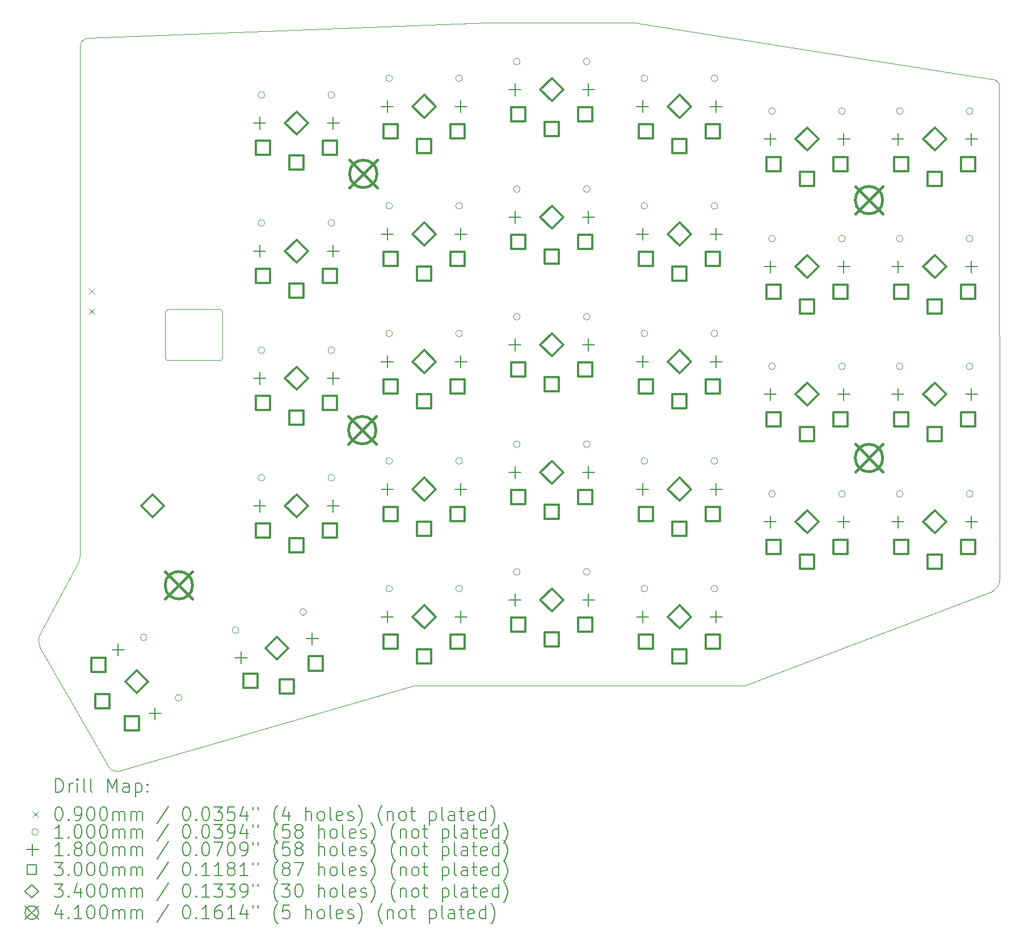
<source format=gbr>
%FSLAX45Y45*%
G04 Gerber Fmt 4.5, Leading zero omitted, Abs format (unit mm)*
G04 Created by KiCad (PCBNEW (6.0.5)) date 2023-01-29 18:01:03*
%MOMM*%
%LPD*%
G01*
G04 APERTURE LIST*
%TA.AperFunction,Profile*%
%ADD10C,0.100000*%
%TD*%
%ADD11C,0.200000*%
%ADD12C,0.090000*%
%ADD13C,0.100000*%
%ADD14C,0.180000*%
%ADD15C,0.300000*%
%ADD16C,0.340000*%
%ADD17C,0.410000*%
G04 APERTURE END LIST*
D10*
X8919368Y-3734881D02*
X8942585Y-3732540D01*
X8897744Y-3741594D02*
X8919368Y-3734881D01*
X8820000Y-11505000D02*
X8800000Y-11565000D01*
X8210000Y-12690000D02*
X8220000Y-12640000D01*
X8827526Y-11440000D02*
X8820000Y-11505000D01*
X8847059Y-3783333D02*
X8861126Y-3766283D01*
X8827386Y-3847743D02*
X8829726Y-3824526D01*
X8836438Y-3802901D02*
X8847059Y-3783333D01*
X8220000Y-12640000D02*
X8800000Y-11565000D01*
X8878175Y-3752216D02*
X8897744Y-3741594D01*
X8861126Y-3766283D02*
X8878175Y-3752216D01*
X8829726Y-3824526D02*
X8836438Y-3802901D01*
X22528388Y-4399781D02*
X22537028Y-4417867D01*
X9255000Y-14620000D02*
X8230000Y-12840000D01*
X17095000Y-3500000D02*
X22447544Y-4344515D01*
X22542438Y-4437457D02*
X22544318Y-4458190D01*
X22537028Y-4417867D02*
X22542438Y-4437457D01*
X22467711Y-4349678D02*
X22486187Y-4358147D01*
X22447544Y-4344515D02*
X22467711Y-4349678D01*
X9255000Y-14620000D02*
X9290000Y-14650000D01*
X13815413Y-13400000D02*
X18750000Y-13400000D01*
X8230000Y-12840000D02*
X8215000Y-12790000D01*
X8210000Y-12730000D02*
X8210000Y-12690000D01*
X9335000Y-14665000D02*
X9390000Y-14675000D01*
X8215000Y-12790000D02*
X8210000Y-12730000D01*
X9290000Y-14650000D02*
X9335000Y-14665000D01*
X22438639Y-11992865D02*
X18750000Y-13400000D01*
X22516832Y-4383558D02*
X22528388Y-4399781D01*
X22486187Y-4358147D02*
X22502662Y-4369560D01*
X14900000Y-3500000D02*
X17095000Y-3500000D01*
X22502662Y-4369560D02*
X22516832Y-4383558D01*
X13815413Y-13400000D02*
X9390000Y-14675000D01*
X22544318Y-4458190D02*
X22547018Y-11835000D01*
X22438637Y-11992859D02*
G75*
G03*
X22547018Y-11835000I-66657J161900D01*
G01*
X8827526Y-11440000D02*
X8827386Y-3847743D01*
X14900000Y-3500000D02*
X8942585Y-3732540D01*
X10943912Y-7800264D02*
X10953912Y-7840264D01*
X10953912Y-8490264D01*
X10943912Y-8520264D01*
X10923912Y-8540264D01*
X10123912Y-8540264D01*
X10103912Y-8520264D01*
X10093912Y-8490264D01*
X10093912Y-7840264D01*
X10103912Y-7800264D01*
X10133912Y-7780264D01*
X10913912Y-7780264D01*
X10943912Y-7800264D01*
D11*
D12*
X8953412Y-7465264D02*
X9043412Y-7555264D01*
X9043412Y-7465264D02*
X8953412Y-7555264D01*
X8953412Y-7465264D02*
X9043412Y-7555264D01*
X9043412Y-7465264D02*
X8953412Y-7555264D01*
X8953412Y-7765264D02*
X9043412Y-7855264D01*
X9043412Y-7765264D02*
X8953412Y-7855264D01*
X8953412Y-7765264D02*
X9043412Y-7855264D01*
X9043412Y-7765264D02*
X8953412Y-7855264D01*
D13*
X9823731Y-12677935D02*
G75*
G03*
X9823731Y-12677935I-50000J0D01*
G01*
X10345731Y-13582065D02*
G75*
G03*
X10345731Y-13582065I-50000J0D01*
G01*
X11197083Y-12569415D02*
G75*
G03*
X11197083Y-12569415I-50000J0D01*
G01*
X11583000Y-4580000D02*
G75*
G03*
X11583000Y-4580000I-50000J0D01*
G01*
X11583000Y-6490000D02*
G75*
G03*
X11583000Y-6490000I-50000J0D01*
G01*
X11583000Y-8390000D02*
G75*
G03*
X11583000Y-8390000I-50000J0D01*
G01*
X11583000Y-10295000D02*
G75*
G03*
X11583000Y-10295000I-50000J0D01*
G01*
X12205509Y-12299208D02*
G75*
G03*
X12205509Y-12299208I-50000J0D01*
G01*
X12627000Y-4580000D02*
G75*
G03*
X12627000Y-4580000I-50000J0D01*
G01*
X12627000Y-6490000D02*
G75*
G03*
X12627000Y-6490000I-50000J0D01*
G01*
X12627000Y-8390000D02*
G75*
G03*
X12627000Y-8390000I-50000J0D01*
G01*
X12627000Y-10295000D02*
G75*
G03*
X12627000Y-10295000I-50000J0D01*
G01*
X13488000Y-4330000D02*
G75*
G03*
X13488000Y-4330000I-50000J0D01*
G01*
X13488000Y-6235000D02*
G75*
G03*
X13488000Y-6235000I-50000J0D01*
G01*
X13488000Y-8140000D02*
G75*
G03*
X13488000Y-8140000I-50000J0D01*
G01*
X13488000Y-10045000D02*
G75*
G03*
X13488000Y-10045000I-50000J0D01*
G01*
X13488000Y-11950000D02*
G75*
G03*
X13488000Y-11950000I-50000J0D01*
G01*
X14532000Y-4330000D02*
G75*
G03*
X14532000Y-4330000I-50000J0D01*
G01*
X14532000Y-6235000D02*
G75*
G03*
X14532000Y-6235000I-50000J0D01*
G01*
X14532000Y-8140000D02*
G75*
G03*
X14532000Y-8140000I-50000J0D01*
G01*
X14532000Y-10045000D02*
G75*
G03*
X14532000Y-10045000I-50000J0D01*
G01*
X14532000Y-11950000D02*
G75*
G03*
X14532000Y-11950000I-50000J0D01*
G01*
X15393000Y-4080000D02*
G75*
G03*
X15393000Y-4080000I-50000J0D01*
G01*
X15393000Y-5985000D02*
G75*
G03*
X15393000Y-5985000I-50000J0D01*
G01*
X15393000Y-7890000D02*
G75*
G03*
X15393000Y-7890000I-50000J0D01*
G01*
X15393000Y-9795000D02*
G75*
G03*
X15393000Y-9795000I-50000J0D01*
G01*
X15393000Y-11700000D02*
G75*
G03*
X15393000Y-11700000I-50000J0D01*
G01*
X16437000Y-4080000D02*
G75*
G03*
X16437000Y-4080000I-50000J0D01*
G01*
X16437000Y-5985000D02*
G75*
G03*
X16437000Y-5985000I-50000J0D01*
G01*
X16437000Y-7890000D02*
G75*
G03*
X16437000Y-7890000I-50000J0D01*
G01*
X16437000Y-9795000D02*
G75*
G03*
X16437000Y-9795000I-50000J0D01*
G01*
X16437000Y-11700000D02*
G75*
G03*
X16437000Y-11700000I-50000J0D01*
G01*
X17298000Y-4330000D02*
G75*
G03*
X17298000Y-4330000I-50000J0D01*
G01*
X17298000Y-6235000D02*
G75*
G03*
X17298000Y-6235000I-50000J0D01*
G01*
X17298000Y-8140000D02*
G75*
G03*
X17298000Y-8140000I-50000J0D01*
G01*
X17298000Y-10045000D02*
G75*
G03*
X17298000Y-10045000I-50000J0D01*
G01*
X17298000Y-11950000D02*
G75*
G03*
X17298000Y-11950000I-50000J0D01*
G01*
X18342000Y-4330000D02*
G75*
G03*
X18342000Y-4330000I-50000J0D01*
G01*
X18342000Y-6235000D02*
G75*
G03*
X18342000Y-6235000I-50000J0D01*
G01*
X18342000Y-8140000D02*
G75*
G03*
X18342000Y-8140000I-50000J0D01*
G01*
X18342000Y-10045000D02*
G75*
G03*
X18342000Y-10045000I-50000J0D01*
G01*
X18342000Y-11950000D02*
G75*
G03*
X18342000Y-11950000I-50000J0D01*
G01*
X19203000Y-4820000D02*
G75*
G03*
X19203000Y-4820000I-50000J0D01*
G01*
X19203000Y-6725000D02*
G75*
G03*
X19203000Y-6725000I-50000J0D01*
G01*
X19203000Y-8630000D02*
G75*
G03*
X19203000Y-8630000I-50000J0D01*
G01*
X19203000Y-10535000D02*
G75*
G03*
X19203000Y-10535000I-50000J0D01*
G01*
X20247000Y-4820000D02*
G75*
G03*
X20247000Y-4820000I-50000J0D01*
G01*
X20247000Y-6725000D02*
G75*
G03*
X20247000Y-6725000I-50000J0D01*
G01*
X20247000Y-8630000D02*
G75*
G03*
X20247000Y-8630000I-50000J0D01*
G01*
X20247000Y-10535000D02*
G75*
G03*
X20247000Y-10535000I-50000J0D01*
G01*
X21108000Y-4820000D02*
G75*
G03*
X21108000Y-4820000I-50000J0D01*
G01*
X21108000Y-6725000D02*
G75*
G03*
X21108000Y-6725000I-50000J0D01*
G01*
X21108000Y-8630000D02*
G75*
G03*
X21108000Y-8630000I-50000J0D01*
G01*
X21108000Y-10535000D02*
G75*
G03*
X21108000Y-10535000I-50000J0D01*
G01*
X22152000Y-4820000D02*
G75*
G03*
X22152000Y-4820000I-50000J0D01*
G01*
X22152000Y-6725000D02*
G75*
G03*
X22152000Y-6725000I-50000J0D01*
G01*
X22152000Y-8630000D02*
G75*
G03*
X22152000Y-8630000I-50000J0D01*
G01*
X22152000Y-10535000D02*
G75*
G03*
X22152000Y-10535000I-50000J0D01*
G01*
D14*
X9396000Y-12773686D02*
X9396000Y-12953686D01*
X9306000Y-12863686D02*
X9486000Y-12863686D01*
X9946000Y-13726314D02*
X9946000Y-13906314D01*
X9856000Y-13816314D02*
X10036000Y-13816314D01*
X11228741Y-12892350D02*
X11228741Y-13072350D01*
X11138741Y-12982350D02*
X11318741Y-12982350D01*
X11505000Y-4910000D02*
X11505000Y-5090000D01*
X11415000Y-5000000D02*
X11595000Y-5000000D01*
X11505000Y-6820000D02*
X11505000Y-7000000D01*
X11415000Y-6910000D02*
X11595000Y-6910000D01*
X11505000Y-8720000D02*
X11505000Y-8900000D01*
X11415000Y-8810000D02*
X11595000Y-8810000D01*
X11505000Y-10625000D02*
X11505000Y-10805000D01*
X11415000Y-10715000D02*
X11595000Y-10715000D01*
X12291259Y-12607649D02*
X12291259Y-12787649D01*
X12201259Y-12697649D02*
X12381259Y-12697649D01*
X12605000Y-4910000D02*
X12605000Y-5090000D01*
X12515000Y-5000000D02*
X12695000Y-5000000D01*
X12605000Y-6820000D02*
X12605000Y-7000000D01*
X12515000Y-6910000D02*
X12695000Y-6910000D01*
X12605000Y-8720000D02*
X12605000Y-8900000D01*
X12515000Y-8810000D02*
X12695000Y-8810000D01*
X12605000Y-10625000D02*
X12605000Y-10805000D01*
X12515000Y-10715000D02*
X12695000Y-10715000D01*
X13410000Y-4660000D02*
X13410000Y-4840000D01*
X13320000Y-4750000D02*
X13500000Y-4750000D01*
X13410000Y-6565000D02*
X13410000Y-6745000D01*
X13320000Y-6655000D02*
X13500000Y-6655000D01*
X13410000Y-8470000D02*
X13410000Y-8650000D01*
X13320000Y-8560000D02*
X13500000Y-8560000D01*
X13410000Y-10375000D02*
X13410000Y-10555000D01*
X13320000Y-10465000D02*
X13500000Y-10465000D01*
X13410000Y-12280000D02*
X13410000Y-12460000D01*
X13320000Y-12370000D02*
X13500000Y-12370000D01*
X14510000Y-4660000D02*
X14510000Y-4840000D01*
X14420000Y-4750000D02*
X14600000Y-4750000D01*
X14510000Y-6565000D02*
X14510000Y-6745000D01*
X14420000Y-6655000D02*
X14600000Y-6655000D01*
X14510000Y-8470000D02*
X14510000Y-8650000D01*
X14420000Y-8560000D02*
X14600000Y-8560000D01*
X14510000Y-10375000D02*
X14510000Y-10555000D01*
X14420000Y-10465000D02*
X14600000Y-10465000D01*
X14510000Y-12280000D02*
X14510000Y-12460000D01*
X14420000Y-12370000D02*
X14600000Y-12370000D01*
X15315000Y-4410000D02*
X15315000Y-4590000D01*
X15225000Y-4500000D02*
X15405000Y-4500000D01*
X15315000Y-6315000D02*
X15315000Y-6495000D01*
X15225000Y-6405000D02*
X15405000Y-6405000D01*
X15315000Y-8220000D02*
X15315000Y-8400000D01*
X15225000Y-8310000D02*
X15405000Y-8310000D01*
X15315000Y-10125000D02*
X15315000Y-10305000D01*
X15225000Y-10215000D02*
X15405000Y-10215000D01*
X15315000Y-12030000D02*
X15315000Y-12210000D01*
X15225000Y-12120000D02*
X15405000Y-12120000D01*
X16415000Y-4410000D02*
X16415000Y-4590000D01*
X16325000Y-4500000D02*
X16505000Y-4500000D01*
X16415000Y-6315000D02*
X16415000Y-6495000D01*
X16325000Y-6405000D02*
X16505000Y-6405000D01*
X16415000Y-8220000D02*
X16415000Y-8400000D01*
X16325000Y-8310000D02*
X16505000Y-8310000D01*
X16415000Y-10125000D02*
X16415000Y-10305000D01*
X16325000Y-10215000D02*
X16505000Y-10215000D01*
X16415000Y-12030000D02*
X16415000Y-12210000D01*
X16325000Y-12120000D02*
X16505000Y-12120000D01*
X17220000Y-4660000D02*
X17220000Y-4840000D01*
X17130000Y-4750000D02*
X17310000Y-4750000D01*
X17220000Y-6565000D02*
X17220000Y-6745000D01*
X17130000Y-6655000D02*
X17310000Y-6655000D01*
X17220000Y-8470000D02*
X17220000Y-8650000D01*
X17130000Y-8560000D02*
X17310000Y-8560000D01*
X17220000Y-10375000D02*
X17220000Y-10555000D01*
X17130000Y-10465000D02*
X17310000Y-10465000D01*
X17220000Y-12280000D02*
X17220000Y-12460000D01*
X17130000Y-12370000D02*
X17310000Y-12370000D01*
X18320000Y-4660000D02*
X18320000Y-4840000D01*
X18230000Y-4750000D02*
X18410000Y-4750000D01*
X18320000Y-6565000D02*
X18320000Y-6745000D01*
X18230000Y-6655000D02*
X18410000Y-6655000D01*
X18320000Y-8470000D02*
X18320000Y-8650000D01*
X18230000Y-8560000D02*
X18410000Y-8560000D01*
X18320000Y-10375000D02*
X18320000Y-10555000D01*
X18230000Y-10465000D02*
X18410000Y-10465000D01*
X18320000Y-12280000D02*
X18320000Y-12460000D01*
X18230000Y-12370000D02*
X18410000Y-12370000D01*
X19125000Y-5150000D02*
X19125000Y-5330000D01*
X19035000Y-5240000D02*
X19215000Y-5240000D01*
X19125000Y-7055000D02*
X19125000Y-7235000D01*
X19035000Y-7145000D02*
X19215000Y-7145000D01*
X19125000Y-8960000D02*
X19125000Y-9140000D01*
X19035000Y-9050000D02*
X19215000Y-9050000D01*
X19125000Y-10865000D02*
X19125000Y-11045000D01*
X19035000Y-10955000D02*
X19215000Y-10955000D01*
X20225000Y-5150000D02*
X20225000Y-5330000D01*
X20135000Y-5240000D02*
X20315000Y-5240000D01*
X20225000Y-7055000D02*
X20225000Y-7235000D01*
X20135000Y-7145000D02*
X20315000Y-7145000D01*
X20225000Y-8960000D02*
X20225000Y-9140000D01*
X20135000Y-9050000D02*
X20315000Y-9050000D01*
X20225000Y-10865000D02*
X20225000Y-11045000D01*
X20135000Y-10955000D02*
X20315000Y-10955000D01*
X21030000Y-5150000D02*
X21030000Y-5330000D01*
X20940000Y-5240000D02*
X21120000Y-5240000D01*
X21030000Y-7055000D02*
X21030000Y-7235000D01*
X20940000Y-7145000D02*
X21120000Y-7145000D01*
X21030000Y-8960000D02*
X21030000Y-9140000D01*
X20940000Y-9050000D02*
X21120000Y-9050000D01*
X21030000Y-10865000D02*
X21030000Y-11045000D01*
X20940000Y-10955000D02*
X21120000Y-10955000D01*
X22130000Y-5150000D02*
X22130000Y-5330000D01*
X22040000Y-5240000D02*
X22220000Y-5240000D01*
X22130000Y-7055000D02*
X22130000Y-7235000D01*
X22040000Y-7145000D02*
X22220000Y-7145000D01*
X22130000Y-8960000D02*
X22130000Y-9140000D01*
X22040000Y-9050000D02*
X22220000Y-9050000D01*
X22130000Y-10865000D02*
X22130000Y-11045000D01*
X22040000Y-10955000D02*
X22220000Y-10955000D01*
D15*
X9206638Y-13198054D02*
X9206638Y-12985920D01*
X8994504Y-12985920D01*
X8994504Y-13198054D01*
X9206638Y-13198054D01*
X9266112Y-13741067D02*
X9266112Y-13528933D01*
X9053978Y-13528933D01*
X9053978Y-13741067D01*
X9266112Y-13741067D01*
X9706638Y-14064080D02*
X9706638Y-13851946D01*
X9494504Y-13851946D01*
X9494504Y-14064080D01*
X9706638Y-14064080D01*
X11478867Y-13432869D02*
X11478867Y-13220735D01*
X11266733Y-13220735D01*
X11266733Y-13432869D01*
X11478867Y-13432869D01*
X11661067Y-5476067D02*
X11661067Y-5263933D01*
X11448933Y-5263933D01*
X11448933Y-5476067D01*
X11661067Y-5476067D01*
X11661067Y-7386067D02*
X11661067Y-7173933D01*
X11448933Y-7173933D01*
X11448933Y-7386067D01*
X11661067Y-7386067D01*
X11661067Y-9286067D02*
X11661067Y-9073933D01*
X11448933Y-9073933D01*
X11448933Y-9286067D01*
X11661067Y-9286067D01*
X11661067Y-11191067D02*
X11661067Y-10978933D01*
X11448933Y-10978933D01*
X11448933Y-11191067D01*
X11661067Y-11191067D01*
X12018770Y-13515963D02*
X12018770Y-13303829D01*
X11806636Y-13303829D01*
X11806636Y-13515963D01*
X12018770Y-13515963D01*
X12161067Y-5696067D02*
X12161067Y-5483933D01*
X11948933Y-5483933D01*
X11948933Y-5696067D01*
X12161067Y-5696067D01*
X12161067Y-7606067D02*
X12161067Y-7393933D01*
X11948933Y-7393933D01*
X11948933Y-7606067D01*
X12161067Y-7606067D01*
X12161067Y-9506067D02*
X12161067Y-9293933D01*
X11948933Y-9293933D01*
X11948933Y-9506067D01*
X12161067Y-9506067D01*
X12161067Y-11411067D02*
X12161067Y-11198933D01*
X11948933Y-11198933D01*
X11948933Y-11411067D01*
X12161067Y-11411067D01*
X12444793Y-13174050D02*
X12444793Y-12961916D01*
X12232659Y-12961916D01*
X12232659Y-13174050D01*
X12444793Y-13174050D01*
X12661067Y-5476067D02*
X12661067Y-5263933D01*
X12448933Y-5263933D01*
X12448933Y-5476067D01*
X12661067Y-5476067D01*
X12661067Y-7386067D02*
X12661067Y-7173933D01*
X12448933Y-7173933D01*
X12448933Y-7386067D01*
X12661067Y-7386067D01*
X12661067Y-9286067D02*
X12661067Y-9073933D01*
X12448933Y-9073933D01*
X12448933Y-9286067D01*
X12661067Y-9286067D01*
X12661067Y-11191067D02*
X12661067Y-10978933D01*
X12448933Y-10978933D01*
X12448933Y-11191067D01*
X12661067Y-11191067D01*
X13566067Y-5226067D02*
X13566067Y-5013933D01*
X13353933Y-5013933D01*
X13353933Y-5226067D01*
X13566067Y-5226067D01*
X13566067Y-7131067D02*
X13566067Y-6918933D01*
X13353933Y-6918933D01*
X13353933Y-7131067D01*
X13566067Y-7131067D01*
X13566067Y-9036067D02*
X13566067Y-8823933D01*
X13353933Y-8823933D01*
X13353933Y-9036067D01*
X13566067Y-9036067D01*
X13566067Y-10941067D02*
X13566067Y-10728933D01*
X13353933Y-10728933D01*
X13353933Y-10941067D01*
X13566067Y-10941067D01*
X13566067Y-12846067D02*
X13566067Y-12633933D01*
X13353933Y-12633933D01*
X13353933Y-12846067D01*
X13566067Y-12846067D01*
X14066067Y-5446067D02*
X14066067Y-5233933D01*
X13853933Y-5233933D01*
X13853933Y-5446067D01*
X14066067Y-5446067D01*
X14066067Y-7351067D02*
X14066067Y-7138933D01*
X13853933Y-7138933D01*
X13853933Y-7351067D01*
X14066067Y-7351067D01*
X14066067Y-9256067D02*
X14066067Y-9043933D01*
X13853933Y-9043933D01*
X13853933Y-9256067D01*
X14066067Y-9256067D01*
X14066067Y-11161067D02*
X14066067Y-10948933D01*
X13853933Y-10948933D01*
X13853933Y-11161067D01*
X14066067Y-11161067D01*
X14066067Y-13066067D02*
X14066067Y-12853933D01*
X13853933Y-12853933D01*
X13853933Y-13066067D01*
X14066067Y-13066067D01*
X14566067Y-5226067D02*
X14566067Y-5013933D01*
X14353933Y-5013933D01*
X14353933Y-5226067D01*
X14566067Y-5226067D01*
X14566067Y-7131067D02*
X14566067Y-6918933D01*
X14353933Y-6918933D01*
X14353933Y-7131067D01*
X14566067Y-7131067D01*
X14566067Y-9036067D02*
X14566067Y-8823933D01*
X14353933Y-8823933D01*
X14353933Y-9036067D01*
X14566067Y-9036067D01*
X14566067Y-10941067D02*
X14566067Y-10728933D01*
X14353933Y-10728933D01*
X14353933Y-10941067D01*
X14566067Y-10941067D01*
X14566067Y-12846067D02*
X14566067Y-12633933D01*
X14353933Y-12633933D01*
X14353933Y-12846067D01*
X14566067Y-12846067D01*
X15471067Y-4976067D02*
X15471067Y-4763933D01*
X15258933Y-4763933D01*
X15258933Y-4976067D01*
X15471067Y-4976067D01*
X15471067Y-6881067D02*
X15471067Y-6668933D01*
X15258933Y-6668933D01*
X15258933Y-6881067D01*
X15471067Y-6881067D01*
X15471067Y-8786067D02*
X15471067Y-8573933D01*
X15258933Y-8573933D01*
X15258933Y-8786067D01*
X15471067Y-8786067D01*
X15471067Y-10691067D02*
X15471067Y-10478933D01*
X15258933Y-10478933D01*
X15258933Y-10691067D01*
X15471067Y-10691067D01*
X15471067Y-12596067D02*
X15471067Y-12383933D01*
X15258933Y-12383933D01*
X15258933Y-12596067D01*
X15471067Y-12596067D01*
X15971067Y-5196067D02*
X15971067Y-4983933D01*
X15758933Y-4983933D01*
X15758933Y-5196067D01*
X15971067Y-5196067D01*
X15971067Y-7101067D02*
X15971067Y-6888933D01*
X15758933Y-6888933D01*
X15758933Y-7101067D01*
X15971067Y-7101067D01*
X15971067Y-9006067D02*
X15971067Y-8793933D01*
X15758933Y-8793933D01*
X15758933Y-9006067D01*
X15971067Y-9006067D01*
X15971067Y-10911067D02*
X15971067Y-10698933D01*
X15758933Y-10698933D01*
X15758933Y-10911067D01*
X15971067Y-10911067D01*
X15971067Y-12816067D02*
X15971067Y-12603933D01*
X15758933Y-12603933D01*
X15758933Y-12816067D01*
X15971067Y-12816067D01*
X16471067Y-4976067D02*
X16471067Y-4763933D01*
X16258933Y-4763933D01*
X16258933Y-4976067D01*
X16471067Y-4976067D01*
X16471067Y-6881067D02*
X16471067Y-6668933D01*
X16258933Y-6668933D01*
X16258933Y-6881067D01*
X16471067Y-6881067D01*
X16471067Y-8786067D02*
X16471067Y-8573933D01*
X16258933Y-8573933D01*
X16258933Y-8786067D01*
X16471067Y-8786067D01*
X16471067Y-10691067D02*
X16471067Y-10478933D01*
X16258933Y-10478933D01*
X16258933Y-10691067D01*
X16471067Y-10691067D01*
X16471067Y-12596067D02*
X16471067Y-12383933D01*
X16258933Y-12383933D01*
X16258933Y-12596067D01*
X16471067Y-12596067D01*
X17376067Y-5226067D02*
X17376067Y-5013933D01*
X17163933Y-5013933D01*
X17163933Y-5226067D01*
X17376067Y-5226067D01*
X17376067Y-7131067D02*
X17376067Y-6918933D01*
X17163933Y-6918933D01*
X17163933Y-7131067D01*
X17376067Y-7131067D01*
X17376067Y-9036067D02*
X17376067Y-8823933D01*
X17163933Y-8823933D01*
X17163933Y-9036067D01*
X17376067Y-9036067D01*
X17376067Y-10941067D02*
X17376067Y-10728933D01*
X17163933Y-10728933D01*
X17163933Y-10941067D01*
X17376067Y-10941067D01*
X17376067Y-12846067D02*
X17376067Y-12633933D01*
X17163933Y-12633933D01*
X17163933Y-12846067D01*
X17376067Y-12846067D01*
X17876067Y-5446067D02*
X17876067Y-5233933D01*
X17663933Y-5233933D01*
X17663933Y-5446067D01*
X17876067Y-5446067D01*
X17876067Y-7351067D02*
X17876067Y-7138933D01*
X17663933Y-7138933D01*
X17663933Y-7351067D01*
X17876067Y-7351067D01*
X17876067Y-9256067D02*
X17876067Y-9043933D01*
X17663933Y-9043933D01*
X17663933Y-9256067D01*
X17876067Y-9256067D01*
X17876067Y-11161067D02*
X17876067Y-10948933D01*
X17663933Y-10948933D01*
X17663933Y-11161067D01*
X17876067Y-11161067D01*
X17876067Y-13066067D02*
X17876067Y-12853933D01*
X17663933Y-12853933D01*
X17663933Y-13066067D01*
X17876067Y-13066067D01*
X18376067Y-5226067D02*
X18376067Y-5013933D01*
X18163933Y-5013933D01*
X18163933Y-5226067D01*
X18376067Y-5226067D01*
X18376067Y-7131067D02*
X18376067Y-6918933D01*
X18163933Y-6918933D01*
X18163933Y-7131067D01*
X18376067Y-7131067D01*
X18376067Y-9036067D02*
X18376067Y-8823933D01*
X18163933Y-8823933D01*
X18163933Y-9036067D01*
X18376067Y-9036067D01*
X18376067Y-10941067D02*
X18376067Y-10728933D01*
X18163933Y-10728933D01*
X18163933Y-10941067D01*
X18376067Y-10941067D01*
X18376067Y-12846067D02*
X18376067Y-12633933D01*
X18163933Y-12633933D01*
X18163933Y-12846067D01*
X18376067Y-12846067D01*
X19281067Y-5716067D02*
X19281067Y-5503933D01*
X19068933Y-5503933D01*
X19068933Y-5716067D01*
X19281067Y-5716067D01*
X19281067Y-7621067D02*
X19281067Y-7408933D01*
X19068933Y-7408933D01*
X19068933Y-7621067D01*
X19281067Y-7621067D01*
X19281067Y-9526067D02*
X19281067Y-9313933D01*
X19068933Y-9313933D01*
X19068933Y-9526067D01*
X19281067Y-9526067D01*
X19281067Y-11431067D02*
X19281067Y-11218933D01*
X19068933Y-11218933D01*
X19068933Y-11431067D01*
X19281067Y-11431067D01*
X19781067Y-5936067D02*
X19781067Y-5723933D01*
X19568933Y-5723933D01*
X19568933Y-5936067D01*
X19781067Y-5936067D01*
X19781067Y-7841067D02*
X19781067Y-7628933D01*
X19568933Y-7628933D01*
X19568933Y-7841067D01*
X19781067Y-7841067D01*
X19781067Y-9746067D02*
X19781067Y-9533933D01*
X19568933Y-9533933D01*
X19568933Y-9746067D01*
X19781067Y-9746067D01*
X19781067Y-11651067D02*
X19781067Y-11438933D01*
X19568933Y-11438933D01*
X19568933Y-11651067D01*
X19781067Y-11651067D01*
X20281067Y-5716067D02*
X20281067Y-5503933D01*
X20068933Y-5503933D01*
X20068933Y-5716067D01*
X20281067Y-5716067D01*
X20281067Y-7621067D02*
X20281067Y-7408933D01*
X20068933Y-7408933D01*
X20068933Y-7621067D01*
X20281067Y-7621067D01*
X20281067Y-9526067D02*
X20281067Y-9313933D01*
X20068933Y-9313933D01*
X20068933Y-9526067D01*
X20281067Y-9526067D01*
X20281067Y-11431067D02*
X20281067Y-11218933D01*
X20068933Y-11218933D01*
X20068933Y-11431067D01*
X20281067Y-11431067D01*
X21186067Y-5716067D02*
X21186067Y-5503933D01*
X20973933Y-5503933D01*
X20973933Y-5716067D01*
X21186067Y-5716067D01*
X21186067Y-7621067D02*
X21186067Y-7408933D01*
X20973933Y-7408933D01*
X20973933Y-7621067D01*
X21186067Y-7621067D01*
X21186067Y-9526067D02*
X21186067Y-9313933D01*
X20973933Y-9313933D01*
X20973933Y-9526067D01*
X21186067Y-9526067D01*
X21186067Y-11431067D02*
X21186067Y-11218933D01*
X20973933Y-11218933D01*
X20973933Y-11431067D01*
X21186067Y-11431067D01*
X21686067Y-5936067D02*
X21686067Y-5723933D01*
X21473933Y-5723933D01*
X21473933Y-5936067D01*
X21686067Y-5936067D01*
X21686067Y-7841067D02*
X21686067Y-7628933D01*
X21473933Y-7628933D01*
X21473933Y-7841067D01*
X21686067Y-7841067D01*
X21686067Y-9746067D02*
X21686067Y-9533933D01*
X21473933Y-9533933D01*
X21473933Y-9746067D01*
X21686067Y-9746067D01*
X21686067Y-11651067D02*
X21686067Y-11438933D01*
X21473933Y-11438933D01*
X21473933Y-11651067D01*
X21686067Y-11651067D01*
X22186067Y-5716067D02*
X22186067Y-5503933D01*
X21973933Y-5503933D01*
X21973933Y-5716067D01*
X22186067Y-5716067D01*
X22186067Y-7621067D02*
X22186067Y-7408933D01*
X21973933Y-7408933D01*
X21973933Y-7621067D01*
X22186067Y-7621067D01*
X22186067Y-9526067D02*
X22186067Y-9313933D01*
X21973933Y-9313933D01*
X21973933Y-9526067D01*
X22186067Y-9526067D01*
X22186067Y-11431067D02*
X22186067Y-11218933D01*
X21973933Y-11218933D01*
X21973933Y-11431067D01*
X22186067Y-11431067D01*
D16*
X9671000Y-13510000D02*
X9841000Y-13340000D01*
X9671000Y-13170000D01*
X9501000Y-13340000D01*
X9671000Y-13510000D01*
X9910220Y-10885000D02*
X10080220Y-10715000D01*
X9910220Y-10545000D01*
X9740220Y-10715000D01*
X9910220Y-10885000D01*
X11760000Y-13010000D02*
X11930000Y-12840000D01*
X11760000Y-12670000D01*
X11590000Y-12840000D01*
X11760000Y-13010000D01*
X12055000Y-5170000D02*
X12225000Y-5000000D01*
X12055000Y-4830000D01*
X11885000Y-5000000D01*
X12055000Y-5170000D01*
X12055000Y-7080000D02*
X12225000Y-6910000D01*
X12055000Y-6740000D01*
X11885000Y-6910000D01*
X12055000Y-7080000D01*
X12055000Y-8980000D02*
X12225000Y-8810000D01*
X12055000Y-8640000D01*
X11885000Y-8810000D01*
X12055000Y-8980000D01*
X12055000Y-10885000D02*
X12225000Y-10715000D01*
X12055000Y-10545000D01*
X11885000Y-10715000D01*
X12055000Y-10885000D01*
X13960000Y-4920000D02*
X14130000Y-4750000D01*
X13960000Y-4580000D01*
X13790000Y-4750000D01*
X13960000Y-4920000D01*
X13960000Y-6825000D02*
X14130000Y-6655000D01*
X13960000Y-6485000D01*
X13790000Y-6655000D01*
X13960000Y-6825000D01*
X13960000Y-8730000D02*
X14130000Y-8560000D01*
X13960000Y-8390000D01*
X13790000Y-8560000D01*
X13960000Y-8730000D01*
X13960000Y-10635000D02*
X14130000Y-10465000D01*
X13960000Y-10295000D01*
X13790000Y-10465000D01*
X13960000Y-10635000D01*
X13960000Y-12540000D02*
X14130000Y-12370000D01*
X13960000Y-12200000D01*
X13790000Y-12370000D01*
X13960000Y-12540000D01*
X15865000Y-4670000D02*
X16035000Y-4500000D01*
X15865000Y-4330000D01*
X15695000Y-4500000D01*
X15865000Y-4670000D01*
X15865000Y-6575000D02*
X16035000Y-6405000D01*
X15865000Y-6235000D01*
X15695000Y-6405000D01*
X15865000Y-6575000D01*
X15865000Y-8480000D02*
X16035000Y-8310000D01*
X15865000Y-8140000D01*
X15695000Y-8310000D01*
X15865000Y-8480000D01*
X15865000Y-10385000D02*
X16035000Y-10215000D01*
X15865000Y-10045000D01*
X15695000Y-10215000D01*
X15865000Y-10385000D01*
X15865000Y-12290000D02*
X16035000Y-12120000D01*
X15865000Y-11950000D01*
X15695000Y-12120000D01*
X15865000Y-12290000D01*
X17770000Y-4920000D02*
X17940000Y-4750000D01*
X17770000Y-4580000D01*
X17600000Y-4750000D01*
X17770000Y-4920000D01*
X17770000Y-6825000D02*
X17940000Y-6655000D01*
X17770000Y-6485000D01*
X17600000Y-6655000D01*
X17770000Y-6825000D01*
X17770000Y-8730000D02*
X17940000Y-8560000D01*
X17770000Y-8390000D01*
X17600000Y-8560000D01*
X17770000Y-8730000D01*
X17770000Y-10635000D02*
X17940000Y-10465000D01*
X17770000Y-10295000D01*
X17600000Y-10465000D01*
X17770000Y-10635000D01*
X17770000Y-12540000D02*
X17940000Y-12370000D01*
X17770000Y-12200000D01*
X17600000Y-12370000D01*
X17770000Y-12540000D01*
X19675000Y-5410000D02*
X19845000Y-5240000D01*
X19675000Y-5070000D01*
X19505000Y-5240000D01*
X19675000Y-5410000D01*
X19675000Y-7315000D02*
X19845000Y-7145000D01*
X19675000Y-6975000D01*
X19505000Y-7145000D01*
X19675000Y-7315000D01*
X19675000Y-9220000D02*
X19845000Y-9050000D01*
X19675000Y-8880000D01*
X19505000Y-9050000D01*
X19675000Y-9220000D01*
X19675000Y-11125000D02*
X19845000Y-10955000D01*
X19675000Y-10785000D01*
X19505000Y-10955000D01*
X19675000Y-11125000D01*
X21580000Y-5410000D02*
X21750000Y-5240000D01*
X21580000Y-5070000D01*
X21410000Y-5240000D01*
X21580000Y-5410000D01*
X21580000Y-7315000D02*
X21750000Y-7145000D01*
X21580000Y-6975000D01*
X21410000Y-7145000D01*
X21580000Y-7315000D01*
X21580000Y-9220000D02*
X21750000Y-9050000D01*
X21580000Y-8880000D01*
X21410000Y-9050000D01*
X21580000Y-9220000D01*
X21580000Y-11125000D02*
X21750000Y-10955000D01*
X21580000Y-10785000D01*
X21410000Y-10955000D01*
X21580000Y-11125000D01*
D17*
X10095000Y-11695000D02*
X10505000Y-12105000D01*
X10505000Y-11695000D02*
X10095000Y-12105000D01*
X10505000Y-11900000D02*
G75*
G03*
X10505000Y-11900000I-205000J0D01*
G01*
X12832512Y-9380264D02*
X13242512Y-9790264D01*
X13242512Y-9380264D02*
X12832512Y-9790264D01*
X13242512Y-9585264D02*
G75*
G03*
X13242512Y-9585264I-205000J0D01*
G01*
X12847712Y-5552364D02*
X13257712Y-5962364D01*
X13257712Y-5552364D02*
X12847712Y-5962364D01*
X13257712Y-5757364D02*
G75*
G03*
X13257712Y-5757364I-205000J0D01*
G01*
X20395000Y-5945000D02*
X20805000Y-6355000D01*
X20805000Y-5945000D02*
X20395000Y-6355000D01*
X20805000Y-6150000D02*
G75*
G03*
X20805000Y-6150000I-205000J0D01*
G01*
X20395000Y-9795000D02*
X20805000Y-10205000D01*
X20805000Y-9795000D02*
X20395000Y-10205000D01*
X20805000Y-10000000D02*
G75*
G03*
X20805000Y-10000000I-205000J0D01*
G01*
D11*
X8462619Y-14990476D02*
X8462619Y-14790476D01*
X8510238Y-14790476D01*
X8538810Y-14800000D01*
X8557857Y-14819048D01*
X8567381Y-14838095D01*
X8576905Y-14876190D01*
X8576905Y-14904762D01*
X8567381Y-14942857D01*
X8557857Y-14961905D01*
X8538810Y-14980952D01*
X8510238Y-14990476D01*
X8462619Y-14990476D01*
X8662619Y-14990476D02*
X8662619Y-14857143D01*
X8662619Y-14895238D02*
X8672143Y-14876190D01*
X8681667Y-14866667D01*
X8700714Y-14857143D01*
X8719762Y-14857143D01*
X8786429Y-14990476D02*
X8786429Y-14857143D01*
X8786429Y-14790476D02*
X8776905Y-14800000D01*
X8786429Y-14809524D01*
X8795952Y-14800000D01*
X8786429Y-14790476D01*
X8786429Y-14809524D01*
X8910238Y-14990476D02*
X8891190Y-14980952D01*
X8881667Y-14961905D01*
X8881667Y-14790476D01*
X9015000Y-14990476D02*
X8995952Y-14980952D01*
X8986429Y-14961905D01*
X8986429Y-14790476D01*
X9243571Y-14990476D02*
X9243571Y-14790476D01*
X9310238Y-14933333D01*
X9376905Y-14790476D01*
X9376905Y-14990476D01*
X9557857Y-14990476D02*
X9557857Y-14885714D01*
X9548333Y-14866667D01*
X9529286Y-14857143D01*
X9491190Y-14857143D01*
X9472143Y-14866667D01*
X9557857Y-14980952D02*
X9538810Y-14990476D01*
X9491190Y-14990476D01*
X9472143Y-14980952D01*
X9462619Y-14961905D01*
X9462619Y-14942857D01*
X9472143Y-14923809D01*
X9491190Y-14914286D01*
X9538810Y-14914286D01*
X9557857Y-14904762D01*
X9653095Y-14857143D02*
X9653095Y-15057143D01*
X9653095Y-14866667D02*
X9672143Y-14857143D01*
X9710238Y-14857143D01*
X9729286Y-14866667D01*
X9738810Y-14876190D01*
X9748333Y-14895238D01*
X9748333Y-14952381D01*
X9738810Y-14971428D01*
X9729286Y-14980952D01*
X9710238Y-14990476D01*
X9672143Y-14990476D01*
X9653095Y-14980952D01*
X9834048Y-14971428D02*
X9843571Y-14980952D01*
X9834048Y-14990476D01*
X9824524Y-14980952D01*
X9834048Y-14971428D01*
X9834048Y-14990476D01*
X9834048Y-14866667D02*
X9843571Y-14876190D01*
X9834048Y-14885714D01*
X9824524Y-14876190D01*
X9834048Y-14866667D01*
X9834048Y-14885714D01*
D12*
X8115000Y-15275000D02*
X8205000Y-15365000D01*
X8205000Y-15275000D02*
X8115000Y-15365000D01*
D11*
X8500714Y-15210476D02*
X8519762Y-15210476D01*
X8538810Y-15220000D01*
X8548333Y-15229524D01*
X8557857Y-15248571D01*
X8567381Y-15286667D01*
X8567381Y-15334286D01*
X8557857Y-15372381D01*
X8548333Y-15391428D01*
X8538810Y-15400952D01*
X8519762Y-15410476D01*
X8500714Y-15410476D01*
X8481667Y-15400952D01*
X8472143Y-15391428D01*
X8462619Y-15372381D01*
X8453095Y-15334286D01*
X8453095Y-15286667D01*
X8462619Y-15248571D01*
X8472143Y-15229524D01*
X8481667Y-15220000D01*
X8500714Y-15210476D01*
X8653095Y-15391428D02*
X8662619Y-15400952D01*
X8653095Y-15410476D01*
X8643571Y-15400952D01*
X8653095Y-15391428D01*
X8653095Y-15410476D01*
X8757857Y-15410476D02*
X8795952Y-15410476D01*
X8815000Y-15400952D01*
X8824524Y-15391428D01*
X8843571Y-15362857D01*
X8853095Y-15324762D01*
X8853095Y-15248571D01*
X8843571Y-15229524D01*
X8834048Y-15220000D01*
X8815000Y-15210476D01*
X8776905Y-15210476D01*
X8757857Y-15220000D01*
X8748333Y-15229524D01*
X8738810Y-15248571D01*
X8738810Y-15296190D01*
X8748333Y-15315238D01*
X8757857Y-15324762D01*
X8776905Y-15334286D01*
X8815000Y-15334286D01*
X8834048Y-15324762D01*
X8843571Y-15315238D01*
X8853095Y-15296190D01*
X8976905Y-15210476D02*
X8995952Y-15210476D01*
X9015000Y-15220000D01*
X9024524Y-15229524D01*
X9034048Y-15248571D01*
X9043571Y-15286667D01*
X9043571Y-15334286D01*
X9034048Y-15372381D01*
X9024524Y-15391428D01*
X9015000Y-15400952D01*
X8995952Y-15410476D01*
X8976905Y-15410476D01*
X8957857Y-15400952D01*
X8948333Y-15391428D01*
X8938810Y-15372381D01*
X8929286Y-15334286D01*
X8929286Y-15286667D01*
X8938810Y-15248571D01*
X8948333Y-15229524D01*
X8957857Y-15220000D01*
X8976905Y-15210476D01*
X9167381Y-15210476D02*
X9186429Y-15210476D01*
X9205476Y-15220000D01*
X9215000Y-15229524D01*
X9224524Y-15248571D01*
X9234048Y-15286667D01*
X9234048Y-15334286D01*
X9224524Y-15372381D01*
X9215000Y-15391428D01*
X9205476Y-15400952D01*
X9186429Y-15410476D01*
X9167381Y-15410476D01*
X9148333Y-15400952D01*
X9138810Y-15391428D01*
X9129286Y-15372381D01*
X9119762Y-15334286D01*
X9119762Y-15286667D01*
X9129286Y-15248571D01*
X9138810Y-15229524D01*
X9148333Y-15220000D01*
X9167381Y-15210476D01*
X9319762Y-15410476D02*
X9319762Y-15277143D01*
X9319762Y-15296190D02*
X9329286Y-15286667D01*
X9348333Y-15277143D01*
X9376905Y-15277143D01*
X9395952Y-15286667D01*
X9405476Y-15305714D01*
X9405476Y-15410476D01*
X9405476Y-15305714D02*
X9415000Y-15286667D01*
X9434048Y-15277143D01*
X9462619Y-15277143D01*
X9481667Y-15286667D01*
X9491190Y-15305714D01*
X9491190Y-15410476D01*
X9586429Y-15410476D02*
X9586429Y-15277143D01*
X9586429Y-15296190D02*
X9595952Y-15286667D01*
X9615000Y-15277143D01*
X9643571Y-15277143D01*
X9662619Y-15286667D01*
X9672143Y-15305714D01*
X9672143Y-15410476D01*
X9672143Y-15305714D02*
X9681667Y-15286667D01*
X9700714Y-15277143D01*
X9729286Y-15277143D01*
X9748333Y-15286667D01*
X9757857Y-15305714D01*
X9757857Y-15410476D01*
X10148333Y-15200952D02*
X9976905Y-15458095D01*
X10405476Y-15210476D02*
X10424524Y-15210476D01*
X10443571Y-15220000D01*
X10453095Y-15229524D01*
X10462619Y-15248571D01*
X10472143Y-15286667D01*
X10472143Y-15334286D01*
X10462619Y-15372381D01*
X10453095Y-15391428D01*
X10443571Y-15400952D01*
X10424524Y-15410476D01*
X10405476Y-15410476D01*
X10386429Y-15400952D01*
X10376905Y-15391428D01*
X10367381Y-15372381D01*
X10357857Y-15334286D01*
X10357857Y-15286667D01*
X10367381Y-15248571D01*
X10376905Y-15229524D01*
X10386429Y-15220000D01*
X10405476Y-15210476D01*
X10557857Y-15391428D02*
X10567381Y-15400952D01*
X10557857Y-15410476D01*
X10548333Y-15400952D01*
X10557857Y-15391428D01*
X10557857Y-15410476D01*
X10691190Y-15210476D02*
X10710238Y-15210476D01*
X10729286Y-15220000D01*
X10738810Y-15229524D01*
X10748333Y-15248571D01*
X10757857Y-15286667D01*
X10757857Y-15334286D01*
X10748333Y-15372381D01*
X10738810Y-15391428D01*
X10729286Y-15400952D01*
X10710238Y-15410476D01*
X10691190Y-15410476D01*
X10672143Y-15400952D01*
X10662619Y-15391428D01*
X10653095Y-15372381D01*
X10643571Y-15334286D01*
X10643571Y-15286667D01*
X10653095Y-15248571D01*
X10662619Y-15229524D01*
X10672143Y-15220000D01*
X10691190Y-15210476D01*
X10824524Y-15210476D02*
X10948333Y-15210476D01*
X10881667Y-15286667D01*
X10910238Y-15286667D01*
X10929286Y-15296190D01*
X10938810Y-15305714D01*
X10948333Y-15324762D01*
X10948333Y-15372381D01*
X10938810Y-15391428D01*
X10929286Y-15400952D01*
X10910238Y-15410476D01*
X10853095Y-15410476D01*
X10834048Y-15400952D01*
X10824524Y-15391428D01*
X11129286Y-15210476D02*
X11034048Y-15210476D01*
X11024524Y-15305714D01*
X11034048Y-15296190D01*
X11053095Y-15286667D01*
X11100714Y-15286667D01*
X11119762Y-15296190D01*
X11129286Y-15305714D01*
X11138810Y-15324762D01*
X11138810Y-15372381D01*
X11129286Y-15391428D01*
X11119762Y-15400952D01*
X11100714Y-15410476D01*
X11053095Y-15410476D01*
X11034048Y-15400952D01*
X11024524Y-15391428D01*
X11310238Y-15277143D02*
X11310238Y-15410476D01*
X11262619Y-15200952D02*
X11215000Y-15343809D01*
X11338809Y-15343809D01*
X11405476Y-15210476D02*
X11405476Y-15248571D01*
X11481667Y-15210476D02*
X11481667Y-15248571D01*
X11776905Y-15486667D02*
X11767381Y-15477143D01*
X11748333Y-15448571D01*
X11738809Y-15429524D01*
X11729286Y-15400952D01*
X11719762Y-15353333D01*
X11719762Y-15315238D01*
X11729286Y-15267619D01*
X11738809Y-15239048D01*
X11748333Y-15220000D01*
X11767381Y-15191428D01*
X11776905Y-15181905D01*
X11938809Y-15277143D02*
X11938809Y-15410476D01*
X11891190Y-15200952D02*
X11843571Y-15343809D01*
X11967381Y-15343809D01*
X12195952Y-15410476D02*
X12195952Y-15210476D01*
X12281667Y-15410476D02*
X12281667Y-15305714D01*
X12272143Y-15286667D01*
X12253095Y-15277143D01*
X12224524Y-15277143D01*
X12205476Y-15286667D01*
X12195952Y-15296190D01*
X12405476Y-15410476D02*
X12386428Y-15400952D01*
X12376905Y-15391428D01*
X12367381Y-15372381D01*
X12367381Y-15315238D01*
X12376905Y-15296190D01*
X12386428Y-15286667D01*
X12405476Y-15277143D01*
X12434048Y-15277143D01*
X12453095Y-15286667D01*
X12462619Y-15296190D01*
X12472143Y-15315238D01*
X12472143Y-15372381D01*
X12462619Y-15391428D01*
X12453095Y-15400952D01*
X12434048Y-15410476D01*
X12405476Y-15410476D01*
X12586428Y-15410476D02*
X12567381Y-15400952D01*
X12557857Y-15381905D01*
X12557857Y-15210476D01*
X12738809Y-15400952D02*
X12719762Y-15410476D01*
X12681667Y-15410476D01*
X12662619Y-15400952D01*
X12653095Y-15381905D01*
X12653095Y-15305714D01*
X12662619Y-15286667D01*
X12681667Y-15277143D01*
X12719762Y-15277143D01*
X12738809Y-15286667D01*
X12748333Y-15305714D01*
X12748333Y-15324762D01*
X12653095Y-15343809D01*
X12824524Y-15400952D02*
X12843571Y-15410476D01*
X12881667Y-15410476D01*
X12900714Y-15400952D01*
X12910238Y-15381905D01*
X12910238Y-15372381D01*
X12900714Y-15353333D01*
X12881667Y-15343809D01*
X12853095Y-15343809D01*
X12834048Y-15334286D01*
X12824524Y-15315238D01*
X12824524Y-15305714D01*
X12834048Y-15286667D01*
X12853095Y-15277143D01*
X12881667Y-15277143D01*
X12900714Y-15286667D01*
X12976905Y-15486667D02*
X12986428Y-15477143D01*
X13005476Y-15448571D01*
X13015000Y-15429524D01*
X13024524Y-15400952D01*
X13034048Y-15353333D01*
X13034048Y-15315238D01*
X13024524Y-15267619D01*
X13015000Y-15239048D01*
X13005476Y-15220000D01*
X12986428Y-15191428D01*
X12976905Y-15181905D01*
X13338809Y-15486667D02*
X13329286Y-15477143D01*
X13310238Y-15448571D01*
X13300714Y-15429524D01*
X13291190Y-15400952D01*
X13281667Y-15353333D01*
X13281667Y-15315238D01*
X13291190Y-15267619D01*
X13300714Y-15239048D01*
X13310238Y-15220000D01*
X13329286Y-15191428D01*
X13338809Y-15181905D01*
X13415000Y-15277143D02*
X13415000Y-15410476D01*
X13415000Y-15296190D02*
X13424524Y-15286667D01*
X13443571Y-15277143D01*
X13472143Y-15277143D01*
X13491190Y-15286667D01*
X13500714Y-15305714D01*
X13500714Y-15410476D01*
X13624524Y-15410476D02*
X13605476Y-15400952D01*
X13595952Y-15391428D01*
X13586428Y-15372381D01*
X13586428Y-15315238D01*
X13595952Y-15296190D01*
X13605476Y-15286667D01*
X13624524Y-15277143D01*
X13653095Y-15277143D01*
X13672143Y-15286667D01*
X13681667Y-15296190D01*
X13691190Y-15315238D01*
X13691190Y-15372381D01*
X13681667Y-15391428D01*
X13672143Y-15400952D01*
X13653095Y-15410476D01*
X13624524Y-15410476D01*
X13748333Y-15277143D02*
X13824524Y-15277143D01*
X13776905Y-15210476D02*
X13776905Y-15381905D01*
X13786428Y-15400952D01*
X13805476Y-15410476D01*
X13824524Y-15410476D01*
X14043571Y-15277143D02*
X14043571Y-15477143D01*
X14043571Y-15286667D02*
X14062619Y-15277143D01*
X14100714Y-15277143D01*
X14119762Y-15286667D01*
X14129286Y-15296190D01*
X14138809Y-15315238D01*
X14138809Y-15372381D01*
X14129286Y-15391428D01*
X14119762Y-15400952D01*
X14100714Y-15410476D01*
X14062619Y-15410476D01*
X14043571Y-15400952D01*
X14253095Y-15410476D02*
X14234048Y-15400952D01*
X14224524Y-15381905D01*
X14224524Y-15210476D01*
X14415000Y-15410476D02*
X14415000Y-15305714D01*
X14405476Y-15286667D01*
X14386428Y-15277143D01*
X14348333Y-15277143D01*
X14329286Y-15286667D01*
X14415000Y-15400952D02*
X14395952Y-15410476D01*
X14348333Y-15410476D01*
X14329286Y-15400952D01*
X14319762Y-15381905D01*
X14319762Y-15362857D01*
X14329286Y-15343809D01*
X14348333Y-15334286D01*
X14395952Y-15334286D01*
X14415000Y-15324762D01*
X14481667Y-15277143D02*
X14557857Y-15277143D01*
X14510238Y-15210476D02*
X14510238Y-15381905D01*
X14519762Y-15400952D01*
X14538809Y-15410476D01*
X14557857Y-15410476D01*
X14700714Y-15400952D02*
X14681667Y-15410476D01*
X14643571Y-15410476D01*
X14624524Y-15400952D01*
X14615000Y-15381905D01*
X14615000Y-15305714D01*
X14624524Y-15286667D01*
X14643571Y-15277143D01*
X14681667Y-15277143D01*
X14700714Y-15286667D01*
X14710238Y-15305714D01*
X14710238Y-15324762D01*
X14615000Y-15343809D01*
X14881667Y-15410476D02*
X14881667Y-15210476D01*
X14881667Y-15400952D02*
X14862619Y-15410476D01*
X14824524Y-15410476D01*
X14805476Y-15400952D01*
X14795952Y-15391428D01*
X14786428Y-15372381D01*
X14786428Y-15315238D01*
X14795952Y-15296190D01*
X14805476Y-15286667D01*
X14824524Y-15277143D01*
X14862619Y-15277143D01*
X14881667Y-15286667D01*
X14957857Y-15486667D02*
X14967381Y-15477143D01*
X14986428Y-15448571D01*
X14995952Y-15429524D01*
X15005476Y-15400952D01*
X15015000Y-15353333D01*
X15015000Y-15315238D01*
X15005476Y-15267619D01*
X14995952Y-15239048D01*
X14986428Y-15220000D01*
X14967381Y-15191428D01*
X14957857Y-15181905D01*
D13*
X8205000Y-15584000D02*
G75*
G03*
X8205000Y-15584000I-50000J0D01*
G01*
D11*
X8567381Y-15674476D02*
X8453095Y-15674476D01*
X8510238Y-15674476D02*
X8510238Y-15474476D01*
X8491190Y-15503048D01*
X8472143Y-15522095D01*
X8453095Y-15531619D01*
X8653095Y-15655428D02*
X8662619Y-15664952D01*
X8653095Y-15674476D01*
X8643571Y-15664952D01*
X8653095Y-15655428D01*
X8653095Y-15674476D01*
X8786429Y-15474476D02*
X8805476Y-15474476D01*
X8824524Y-15484000D01*
X8834048Y-15493524D01*
X8843571Y-15512571D01*
X8853095Y-15550667D01*
X8853095Y-15598286D01*
X8843571Y-15636381D01*
X8834048Y-15655428D01*
X8824524Y-15664952D01*
X8805476Y-15674476D01*
X8786429Y-15674476D01*
X8767381Y-15664952D01*
X8757857Y-15655428D01*
X8748333Y-15636381D01*
X8738810Y-15598286D01*
X8738810Y-15550667D01*
X8748333Y-15512571D01*
X8757857Y-15493524D01*
X8767381Y-15484000D01*
X8786429Y-15474476D01*
X8976905Y-15474476D02*
X8995952Y-15474476D01*
X9015000Y-15484000D01*
X9024524Y-15493524D01*
X9034048Y-15512571D01*
X9043571Y-15550667D01*
X9043571Y-15598286D01*
X9034048Y-15636381D01*
X9024524Y-15655428D01*
X9015000Y-15664952D01*
X8995952Y-15674476D01*
X8976905Y-15674476D01*
X8957857Y-15664952D01*
X8948333Y-15655428D01*
X8938810Y-15636381D01*
X8929286Y-15598286D01*
X8929286Y-15550667D01*
X8938810Y-15512571D01*
X8948333Y-15493524D01*
X8957857Y-15484000D01*
X8976905Y-15474476D01*
X9167381Y-15474476D02*
X9186429Y-15474476D01*
X9205476Y-15484000D01*
X9215000Y-15493524D01*
X9224524Y-15512571D01*
X9234048Y-15550667D01*
X9234048Y-15598286D01*
X9224524Y-15636381D01*
X9215000Y-15655428D01*
X9205476Y-15664952D01*
X9186429Y-15674476D01*
X9167381Y-15674476D01*
X9148333Y-15664952D01*
X9138810Y-15655428D01*
X9129286Y-15636381D01*
X9119762Y-15598286D01*
X9119762Y-15550667D01*
X9129286Y-15512571D01*
X9138810Y-15493524D01*
X9148333Y-15484000D01*
X9167381Y-15474476D01*
X9319762Y-15674476D02*
X9319762Y-15541143D01*
X9319762Y-15560190D02*
X9329286Y-15550667D01*
X9348333Y-15541143D01*
X9376905Y-15541143D01*
X9395952Y-15550667D01*
X9405476Y-15569714D01*
X9405476Y-15674476D01*
X9405476Y-15569714D02*
X9415000Y-15550667D01*
X9434048Y-15541143D01*
X9462619Y-15541143D01*
X9481667Y-15550667D01*
X9491190Y-15569714D01*
X9491190Y-15674476D01*
X9586429Y-15674476D02*
X9586429Y-15541143D01*
X9586429Y-15560190D02*
X9595952Y-15550667D01*
X9615000Y-15541143D01*
X9643571Y-15541143D01*
X9662619Y-15550667D01*
X9672143Y-15569714D01*
X9672143Y-15674476D01*
X9672143Y-15569714D02*
X9681667Y-15550667D01*
X9700714Y-15541143D01*
X9729286Y-15541143D01*
X9748333Y-15550667D01*
X9757857Y-15569714D01*
X9757857Y-15674476D01*
X10148333Y-15464952D02*
X9976905Y-15722095D01*
X10405476Y-15474476D02*
X10424524Y-15474476D01*
X10443571Y-15484000D01*
X10453095Y-15493524D01*
X10462619Y-15512571D01*
X10472143Y-15550667D01*
X10472143Y-15598286D01*
X10462619Y-15636381D01*
X10453095Y-15655428D01*
X10443571Y-15664952D01*
X10424524Y-15674476D01*
X10405476Y-15674476D01*
X10386429Y-15664952D01*
X10376905Y-15655428D01*
X10367381Y-15636381D01*
X10357857Y-15598286D01*
X10357857Y-15550667D01*
X10367381Y-15512571D01*
X10376905Y-15493524D01*
X10386429Y-15484000D01*
X10405476Y-15474476D01*
X10557857Y-15655428D02*
X10567381Y-15664952D01*
X10557857Y-15674476D01*
X10548333Y-15664952D01*
X10557857Y-15655428D01*
X10557857Y-15674476D01*
X10691190Y-15474476D02*
X10710238Y-15474476D01*
X10729286Y-15484000D01*
X10738810Y-15493524D01*
X10748333Y-15512571D01*
X10757857Y-15550667D01*
X10757857Y-15598286D01*
X10748333Y-15636381D01*
X10738810Y-15655428D01*
X10729286Y-15664952D01*
X10710238Y-15674476D01*
X10691190Y-15674476D01*
X10672143Y-15664952D01*
X10662619Y-15655428D01*
X10653095Y-15636381D01*
X10643571Y-15598286D01*
X10643571Y-15550667D01*
X10653095Y-15512571D01*
X10662619Y-15493524D01*
X10672143Y-15484000D01*
X10691190Y-15474476D01*
X10824524Y-15474476D02*
X10948333Y-15474476D01*
X10881667Y-15550667D01*
X10910238Y-15550667D01*
X10929286Y-15560190D01*
X10938810Y-15569714D01*
X10948333Y-15588762D01*
X10948333Y-15636381D01*
X10938810Y-15655428D01*
X10929286Y-15664952D01*
X10910238Y-15674476D01*
X10853095Y-15674476D01*
X10834048Y-15664952D01*
X10824524Y-15655428D01*
X11043571Y-15674476D02*
X11081667Y-15674476D01*
X11100714Y-15664952D01*
X11110238Y-15655428D01*
X11129286Y-15626857D01*
X11138810Y-15588762D01*
X11138810Y-15512571D01*
X11129286Y-15493524D01*
X11119762Y-15484000D01*
X11100714Y-15474476D01*
X11062619Y-15474476D01*
X11043571Y-15484000D01*
X11034048Y-15493524D01*
X11024524Y-15512571D01*
X11024524Y-15560190D01*
X11034048Y-15579238D01*
X11043571Y-15588762D01*
X11062619Y-15598286D01*
X11100714Y-15598286D01*
X11119762Y-15588762D01*
X11129286Y-15579238D01*
X11138810Y-15560190D01*
X11310238Y-15541143D02*
X11310238Y-15674476D01*
X11262619Y-15464952D02*
X11215000Y-15607809D01*
X11338809Y-15607809D01*
X11405476Y-15474476D02*
X11405476Y-15512571D01*
X11481667Y-15474476D02*
X11481667Y-15512571D01*
X11776905Y-15750667D02*
X11767381Y-15741143D01*
X11748333Y-15712571D01*
X11738809Y-15693524D01*
X11729286Y-15664952D01*
X11719762Y-15617333D01*
X11719762Y-15579238D01*
X11729286Y-15531619D01*
X11738809Y-15503048D01*
X11748333Y-15484000D01*
X11767381Y-15455428D01*
X11776905Y-15445905D01*
X11948333Y-15474476D02*
X11853095Y-15474476D01*
X11843571Y-15569714D01*
X11853095Y-15560190D01*
X11872143Y-15550667D01*
X11919762Y-15550667D01*
X11938809Y-15560190D01*
X11948333Y-15569714D01*
X11957857Y-15588762D01*
X11957857Y-15636381D01*
X11948333Y-15655428D01*
X11938809Y-15664952D01*
X11919762Y-15674476D01*
X11872143Y-15674476D01*
X11853095Y-15664952D01*
X11843571Y-15655428D01*
X12072143Y-15560190D02*
X12053095Y-15550667D01*
X12043571Y-15541143D01*
X12034048Y-15522095D01*
X12034048Y-15512571D01*
X12043571Y-15493524D01*
X12053095Y-15484000D01*
X12072143Y-15474476D01*
X12110238Y-15474476D01*
X12129286Y-15484000D01*
X12138809Y-15493524D01*
X12148333Y-15512571D01*
X12148333Y-15522095D01*
X12138809Y-15541143D01*
X12129286Y-15550667D01*
X12110238Y-15560190D01*
X12072143Y-15560190D01*
X12053095Y-15569714D01*
X12043571Y-15579238D01*
X12034048Y-15598286D01*
X12034048Y-15636381D01*
X12043571Y-15655428D01*
X12053095Y-15664952D01*
X12072143Y-15674476D01*
X12110238Y-15674476D01*
X12129286Y-15664952D01*
X12138809Y-15655428D01*
X12148333Y-15636381D01*
X12148333Y-15598286D01*
X12138809Y-15579238D01*
X12129286Y-15569714D01*
X12110238Y-15560190D01*
X12386428Y-15674476D02*
X12386428Y-15474476D01*
X12472143Y-15674476D02*
X12472143Y-15569714D01*
X12462619Y-15550667D01*
X12443571Y-15541143D01*
X12415000Y-15541143D01*
X12395952Y-15550667D01*
X12386428Y-15560190D01*
X12595952Y-15674476D02*
X12576905Y-15664952D01*
X12567381Y-15655428D01*
X12557857Y-15636381D01*
X12557857Y-15579238D01*
X12567381Y-15560190D01*
X12576905Y-15550667D01*
X12595952Y-15541143D01*
X12624524Y-15541143D01*
X12643571Y-15550667D01*
X12653095Y-15560190D01*
X12662619Y-15579238D01*
X12662619Y-15636381D01*
X12653095Y-15655428D01*
X12643571Y-15664952D01*
X12624524Y-15674476D01*
X12595952Y-15674476D01*
X12776905Y-15674476D02*
X12757857Y-15664952D01*
X12748333Y-15645905D01*
X12748333Y-15474476D01*
X12929286Y-15664952D02*
X12910238Y-15674476D01*
X12872143Y-15674476D01*
X12853095Y-15664952D01*
X12843571Y-15645905D01*
X12843571Y-15569714D01*
X12853095Y-15550667D01*
X12872143Y-15541143D01*
X12910238Y-15541143D01*
X12929286Y-15550667D01*
X12938809Y-15569714D01*
X12938809Y-15588762D01*
X12843571Y-15607809D01*
X13015000Y-15664952D02*
X13034048Y-15674476D01*
X13072143Y-15674476D01*
X13091190Y-15664952D01*
X13100714Y-15645905D01*
X13100714Y-15636381D01*
X13091190Y-15617333D01*
X13072143Y-15607809D01*
X13043571Y-15607809D01*
X13024524Y-15598286D01*
X13015000Y-15579238D01*
X13015000Y-15569714D01*
X13024524Y-15550667D01*
X13043571Y-15541143D01*
X13072143Y-15541143D01*
X13091190Y-15550667D01*
X13167381Y-15750667D02*
X13176905Y-15741143D01*
X13195952Y-15712571D01*
X13205476Y-15693524D01*
X13215000Y-15664952D01*
X13224524Y-15617333D01*
X13224524Y-15579238D01*
X13215000Y-15531619D01*
X13205476Y-15503048D01*
X13195952Y-15484000D01*
X13176905Y-15455428D01*
X13167381Y-15445905D01*
X13529286Y-15750667D02*
X13519762Y-15741143D01*
X13500714Y-15712571D01*
X13491190Y-15693524D01*
X13481667Y-15664952D01*
X13472143Y-15617333D01*
X13472143Y-15579238D01*
X13481667Y-15531619D01*
X13491190Y-15503048D01*
X13500714Y-15484000D01*
X13519762Y-15455428D01*
X13529286Y-15445905D01*
X13605476Y-15541143D02*
X13605476Y-15674476D01*
X13605476Y-15560190D02*
X13615000Y-15550667D01*
X13634048Y-15541143D01*
X13662619Y-15541143D01*
X13681667Y-15550667D01*
X13691190Y-15569714D01*
X13691190Y-15674476D01*
X13815000Y-15674476D02*
X13795952Y-15664952D01*
X13786428Y-15655428D01*
X13776905Y-15636381D01*
X13776905Y-15579238D01*
X13786428Y-15560190D01*
X13795952Y-15550667D01*
X13815000Y-15541143D01*
X13843571Y-15541143D01*
X13862619Y-15550667D01*
X13872143Y-15560190D01*
X13881667Y-15579238D01*
X13881667Y-15636381D01*
X13872143Y-15655428D01*
X13862619Y-15664952D01*
X13843571Y-15674476D01*
X13815000Y-15674476D01*
X13938809Y-15541143D02*
X14015000Y-15541143D01*
X13967381Y-15474476D02*
X13967381Y-15645905D01*
X13976905Y-15664952D01*
X13995952Y-15674476D01*
X14015000Y-15674476D01*
X14234048Y-15541143D02*
X14234048Y-15741143D01*
X14234048Y-15550667D02*
X14253095Y-15541143D01*
X14291190Y-15541143D01*
X14310238Y-15550667D01*
X14319762Y-15560190D01*
X14329286Y-15579238D01*
X14329286Y-15636381D01*
X14319762Y-15655428D01*
X14310238Y-15664952D01*
X14291190Y-15674476D01*
X14253095Y-15674476D01*
X14234048Y-15664952D01*
X14443571Y-15674476D02*
X14424524Y-15664952D01*
X14415000Y-15645905D01*
X14415000Y-15474476D01*
X14605476Y-15674476D02*
X14605476Y-15569714D01*
X14595952Y-15550667D01*
X14576905Y-15541143D01*
X14538809Y-15541143D01*
X14519762Y-15550667D01*
X14605476Y-15664952D02*
X14586428Y-15674476D01*
X14538809Y-15674476D01*
X14519762Y-15664952D01*
X14510238Y-15645905D01*
X14510238Y-15626857D01*
X14519762Y-15607809D01*
X14538809Y-15598286D01*
X14586428Y-15598286D01*
X14605476Y-15588762D01*
X14672143Y-15541143D02*
X14748333Y-15541143D01*
X14700714Y-15474476D02*
X14700714Y-15645905D01*
X14710238Y-15664952D01*
X14729286Y-15674476D01*
X14748333Y-15674476D01*
X14891190Y-15664952D02*
X14872143Y-15674476D01*
X14834048Y-15674476D01*
X14815000Y-15664952D01*
X14805476Y-15645905D01*
X14805476Y-15569714D01*
X14815000Y-15550667D01*
X14834048Y-15541143D01*
X14872143Y-15541143D01*
X14891190Y-15550667D01*
X14900714Y-15569714D01*
X14900714Y-15588762D01*
X14805476Y-15607809D01*
X15072143Y-15674476D02*
X15072143Y-15474476D01*
X15072143Y-15664952D02*
X15053095Y-15674476D01*
X15015000Y-15674476D01*
X14995952Y-15664952D01*
X14986428Y-15655428D01*
X14976905Y-15636381D01*
X14976905Y-15579238D01*
X14986428Y-15560190D01*
X14995952Y-15550667D01*
X15015000Y-15541143D01*
X15053095Y-15541143D01*
X15072143Y-15550667D01*
X15148333Y-15750667D02*
X15157857Y-15741143D01*
X15176905Y-15712571D01*
X15186428Y-15693524D01*
X15195952Y-15664952D01*
X15205476Y-15617333D01*
X15205476Y-15579238D01*
X15195952Y-15531619D01*
X15186428Y-15503048D01*
X15176905Y-15484000D01*
X15157857Y-15455428D01*
X15148333Y-15445905D01*
D14*
X8115000Y-15758000D02*
X8115000Y-15938000D01*
X8025000Y-15848000D02*
X8205000Y-15848000D01*
D11*
X8567381Y-15938476D02*
X8453095Y-15938476D01*
X8510238Y-15938476D02*
X8510238Y-15738476D01*
X8491190Y-15767048D01*
X8472143Y-15786095D01*
X8453095Y-15795619D01*
X8653095Y-15919428D02*
X8662619Y-15928952D01*
X8653095Y-15938476D01*
X8643571Y-15928952D01*
X8653095Y-15919428D01*
X8653095Y-15938476D01*
X8776905Y-15824190D02*
X8757857Y-15814667D01*
X8748333Y-15805143D01*
X8738810Y-15786095D01*
X8738810Y-15776571D01*
X8748333Y-15757524D01*
X8757857Y-15748000D01*
X8776905Y-15738476D01*
X8815000Y-15738476D01*
X8834048Y-15748000D01*
X8843571Y-15757524D01*
X8853095Y-15776571D01*
X8853095Y-15786095D01*
X8843571Y-15805143D01*
X8834048Y-15814667D01*
X8815000Y-15824190D01*
X8776905Y-15824190D01*
X8757857Y-15833714D01*
X8748333Y-15843238D01*
X8738810Y-15862286D01*
X8738810Y-15900381D01*
X8748333Y-15919428D01*
X8757857Y-15928952D01*
X8776905Y-15938476D01*
X8815000Y-15938476D01*
X8834048Y-15928952D01*
X8843571Y-15919428D01*
X8853095Y-15900381D01*
X8853095Y-15862286D01*
X8843571Y-15843238D01*
X8834048Y-15833714D01*
X8815000Y-15824190D01*
X8976905Y-15738476D02*
X8995952Y-15738476D01*
X9015000Y-15748000D01*
X9024524Y-15757524D01*
X9034048Y-15776571D01*
X9043571Y-15814667D01*
X9043571Y-15862286D01*
X9034048Y-15900381D01*
X9024524Y-15919428D01*
X9015000Y-15928952D01*
X8995952Y-15938476D01*
X8976905Y-15938476D01*
X8957857Y-15928952D01*
X8948333Y-15919428D01*
X8938810Y-15900381D01*
X8929286Y-15862286D01*
X8929286Y-15814667D01*
X8938810Y-15776571D01*
X8948333Y-15757524D01*
X8957857Y-15748000D01*
X8976905Y-15738476D01*
X9167381Y-15738476D02*
X9186429Y-15738476D01*
X9205476Y-15748000D01*
X9215000Y-15757524D01*
X9224524Y-15776571D01*
X9234048Y-15814667D01*
X9234048Y-15862286D01*
X9224524Y-15900381D01*
X9215000Y-15919428D01*
X9205476Y-15928952D01*
X9186429Y-15938476D01*
X9167381Y-15938476D01*
X9148333Y-15928952D01*
X9138810Y-15919428D01*
X9129286Y-15900381D01*
X9119762Y-15862286D01*
X9119762Y-15814667D01*
X9129286Y-15776571D01*
X9138810Y-15757524D01*
X9148333Y-15748000D01*
X9167381Y-15738476D01*
X9319762Y-15938476D02*
X9319762Y-15805143D01*
X9319762Y-15824190D02*
X9329286Y-15814667D01*
X9348333Y-15805143D01*
X9376905Y-15805143D01*
X9395952Y-15814667D01*
X9405476Y-15833714D01*
X9405476Y-15938476D01*
X9405476Y-15833714D02*
X9415000Y-15814667D01*
X9434048Y-15805143D01*
X9462619Y-15805143D01*
X9481667Y-15814667D01*
X9491190Y-15833714D01*
X9491190Y-15938476D01*
X9586429Y-15938476D02*
X9586429Y-15805143D01*
X9586429Y-15824190D02*
X9595952Y-15814667D01*
X9615000Y-15805143D01*
X9643571Y-15805143D01*
X9662619Y-15814667D01*
X9672143Y-15833714D01*
X9672143Y-15938476D01*
X9672143Y-15833714D02*
X9681667Y-15814667D01*
X9700714Y-15805143D01*
X9729286Y-15805143D01*
X9748333Y-15814667D01*
X9757857Y-15833714D01*
X9757857Y-15938476D01*
X10148333Y-15728952D02*
X9976905Y-15986095D01*
X10405476Y-15738476D02*
X10424524Y-15738476D01*
X10443571Y-15748000D01*
X10453095Y-15757524D01*
X10462619Y-15776571D01*
X10472143Y-15814667D01*
X10472143Y-15862286D01*
X10462619Y-15900381D01*
X10453095Y-15919428D01*
X10443571Y-15928952D01*
X10424524Y-15938476D01*
X10405476Y-15938476D01*
X10386429Y-15928952D01*
X10376905Y-15919428D01*
X10367381Y-15900381D01*
X10357857Y-15862286D01*
X10357857Y-15814667D01*
X10367381Y-15776571D01*
X10376905Y-15757524D01*
X10386429Y-15748000D01*
X10405476Y-15738476D01*
X10557857Y-15919428D02*
X10567381Y-15928952D01*
X10557857Y-15938476D01*
X10548333Y-15928952D01*
X10557857Y-15919428D01*
X10557857Y-15938476D01*
X10691190Y-15738476D02*
X10710238Y-15738476D01*
X10729286Y-15748000D01*
X10738810Y-15757524D01*
X10748333Y-15776571D01*
X10757857Y-15814667D01*
X10757857Y-15862286D01*
X10748333Y-15900381D01*
X10738810Y-15919428D01*
X10729286Y-15928952D01*
X10710238Y-15938476D01*
X10691190Y-15938476D01*
X10672143Y-15928952D01*
X10662619Y-15919428D01*
X10653095Y-15900381D01*
X10643571Y-15862286D01*
X10643571Y-15814667D01*
X10653095Y-15776571D01*
X10662619Y-15757524D01*
X10672143Y-15748000D01*
X10691190Y-15738476D01*
X10824524Y-15738476D02*
X10957857Y-15738476D01*
X10872143Y-15938476D01*
X11072143Y-15738476D02*
X11091190Y-15738476D01*
X11110238Y-15748000D01*
X11119762Y-15757524D01*
X11129286Y-15776571D01*
X11138810Y-15814667D01*
X11138810Y-15862286D01*
X11129286Y-15900381D01*
X11119762Y-15919428D01*
X11110238Y-15928952D01*
X11091190Y-15938476D01*
X11072143Y-15938476D01*
X11053095Y-15928952D01*
X11043571Y-15919428D01*
X11034048Y-15900381D01*
X11024524Y-15862286D01*
X11024524Y-15814667D01*
X11034048Y-15776571D01*
X11043571Y-15757524D01*
X11053095Y-15748000D01*
X11072143Y-15738476D01*
X11234048Y-15938476D02*
X11272143Y-15938476D01*
X11291190Y-15928952D01*
X11300714Y-15919428D01*
X11319762Y-15890857D01*
X11329286Y-15852762D01*
X11329286Y-15776571D01*
X11319762Y-15757524D01*
X11310238Y-15748000D01*
X11291190Y-15738476D01*
X11253095Y-15738476D01*
X11234048Y-15748000D01*
X11224524Y-15757524D01*
X11215000Y-15776571D01*
X11215000Y-15824190D01*
X11224524Y-15843238D01*
X11234048Y-15852762D01*
X11253095Y-15862286D01*
X11291190Y-15862286D01*
X11310238Y-15852762D01*
X11319762Y-15843238D01*
X11329286Y-15824190D01*
X11405476Y-15738476D02*
X11405476Y-15776571D01*
X11481667Y-15738476D02*
X11481667Y-15776571D01*
X11776905Y-16014667D02*
X11767381Y-16005143D01*
X11748333Y-15976571D01*
X11738809Y-15957524D01*
X11729286Y-15928952D01*
X11719762Y-15881333D01*
X11719762Y-15843238D01*
X11729286Y-15795619D01*
X11738809Y-15767048D01*
X11748333Y-15748000D01*
X11767381Y-15719428D01*
X11776905Y-15709905D01*
X11948333Y-15738476D02*
X11853095Y-15738476D01*
X11843571Y-15833714D01*
X11853095Y-15824190D01*
X11872143Y-15814667D01*
X11919762Y-15814667D01*
X11938809Y-15824190D01*
X11948333Y-15833714D01*
X11957857Y-15852762D01*
X11957857Y-15900381D01*
X11948333Y-15919428D01*
X11938809Y-15928952D01*
X11919762Y-15938476D01*
X11872143Y-15938476D01*
X11853095Y-15928952D01*
X11843571Y-15919428D01*
X12072143Y-15824190D02*
X12053095Y-15814667D01*
X12043571Y-15805143D01*
X12034048Y-15786095D01*
X12034048Y-15776571D01*
X12043571Y-15757524D01*
X12053095Y-15748000D01*
X12072143Y-15738476D01*
X12110238Y-15738476D01*
X12129286Y-15748000D01*
X12138809Y-15757524D01*
X12148333Y-15776571D01*
X12148333Y-15786095D01*
X12138809Y-15805143D01*
X12129286Y-15814667D01*
X12110238Y-15824190D01*
X12072143Y-15824190D01*
X12053095Y-15833714D01*
X12043571Y-15843238D01*
X12034048Y-15862286D01*
X12034048Y-15900381D01*
X12043571Y-15919428D01*
X12053095Y-15928952D01*
X12072143Y-15938476D01*
X12110238Y-15938476D01*
X12129286Y-15928952D01*
X12138809Y-15919428D01*
X12148333Y-15900381D01*
X12148333Y-15862286D01*
X12138809Y-15843238D01*
X12129286Y-15833714D01*
X12110238Y-15824190D01*
X12386428Y-15938476D02*
X12386428Y-15738476D01*
X12472143Y-15938476D02*
X12472143Y-15833714D01*
X12462619Y-15814667D01*
X12443571Y-15805143D01*
X12415000Y-15805143D01*
X12395952Y-15814667D01*
X12386428Y-15824190D01*
X12595952Y-15938476D02*
X12576905Y-15928952D01*
X12567381Y-15919428D01*
X12557857Y-15900381D01*
X12557857Y-15843238D01*
X12567381Y-15824190D01*
X12576905Y-15814667D01*
X12595952Y-15805143D01*
X12624524Y-15805143D01*
X12643571Y-15814667D01*
X12653095Y-15824190D01*
X12662619Y-15843238D01*
X12662619Y-15900381D01*
X12653095Y-15919428D01*
X12643571Y-15928952D01*
X12624524Y-15938476D01*
X12595952Y-15938476D01*
X12776905Y-15938476D02*
X12757857Y-15928952D01*
X12748333Y-15909905D01*
X12748333Y-15738476D01*
X12929286Y-15928952D02*
X12910238Y-15938476D01*
X12872143Y-15938476D01*
X12853095Y-15928952D01*
X12843571Y-15909905D01*
X12843571Y-15833714D01*
X12853095Y-15814667D01*
X12872143Y-15805143D01*
X12910238Y-15805143D01*
X12929286Y-15814667D01*
X12938809Y-15833714D01*
X12938809Y-15852762D01*
X12843571Y-15871809D01*
X13015000Y-15928952D02*
X13034048Y-15938476D01*
X13072143Y-15938476D01*
X13091190Y-15928952D01*
X13100714Y-15909905D01*
X13100714Y-15900381D01*
X13091190Y-15881333D01*
X13072143Y-15871809D01*
X13043571Y-15871809D01*
X13024524Y-15862286D01*
X13015000Y-15843238D01*
X13015000Y-15833714D01*
X13024524Y-15814667D01*
X13043571Y-15805143D01*
X13072143Y-15805143D01*
X13091190Y-15814667D01*
X13167381Y-16014667D02*
X13176905Y-16005143D01*
X13195952Y-15976571D01*
X13205476Y-15957524D01*
X13215000Y-15928952D01*
X13224524Y-15881333D01*
X13224524Y-15843238D01*
X13215000Y-15795619D01*
X13205476Y-15767048D01*
X13195952Y-15748000D01*
X13176905Y-15719428D01*
X13167381Y-15709905D01*
X13529286Y-16014667D02*
X13519762Y-16005143D01*
X13500714Y-15976571D01*
X13491190Y-15957524D01*
X13481667Y-15928952D01*
X13472143Y-15881333D01*
X13472143Y-15843238D01*
X13481667Y-15795619D01*
X13491190Y-15767048D01*
X13500714Y-15748000D01*
X13519762Y-15719428D01*
X13529286Y-15709905D01*
X13605476Y-15805143D02*
X13605476Y-15938476D01*
X13605476Y-15824190D02*
X13615000Y-15814667D01*
X13634048Y-15805143D01*
X13662619Y-15805143D01*
X13681667Y-15814667D01*
X13691190Y-15833714D01*
X13691190Y-15938476D01*
X13815000Y-15938476D02*
X13795952Y-15928952D01*
X13786428Y-15919428D01*
X13776905Y-15900381D01*
X13776905Y-15843238D01*
X13786428Y-15824190D01*
X13795952Y-15814667D01*
X13815000Y-15805143D01*
X13843571Y-15805143D01*
X13862619Y-15814667D01*
X13872143Y-15824190D01*
X13881667Y-15843238D01*
X13881667Y-15900381D01*
X13872143Y-15919428D01*
X13862619Y-15928952D01*
X13843571Y-15938476D01*
X13815000Y-15938476D01*
X13938809Y-15805143D02*
X14015000Y-15805143D01*
X13967381Y-15738476D02*
X13967381Y-15909905D01*
X13976905Y-15928952D01*
X13995952Y-15938476D01*
X14015000Y-15938476D01*
X14234048Y-15805143D02*
X14234048Y-16005143D01*
X14234048Y-15814667D02*
X14253095Y-15805143D01*
X14291190Y-15805143D01*
X14310238Y-15814667D01*
X14319762Y-15824190D01*
X14329286Y-15843238D01*
X14329286Y-15900381D01*
X14319762Y-15919428D01*
X14310238Y-15928952D01*
X14291190Y-15938476D01*
X14253095Y-15938476D01*
X14234048Y-15928952D01*
X14443571Y-15938476D02*
X14424524Y-15928952D01*
X14415000Y-15909905D01*
X14415000Y-15738476D01*
X14605476Y-15938476D02*
X14605476Y-15833714D01*
X14595952Y-15814667D01*
X14576905Y-15805143D01*
X14538809Y-15805143D01*
X14519762Y-15814667D01*
X14605476Y-15928952D02*
X14586428Y-15938476D01*
X14538809Y-15938476D01*
X14519762Y-15928952D01*
X14510238Y-15909905D01*
X14510238Y-15890857D01*
X14519762Y-15871809D01*
X14538809Y-15862286D01*
X14586428Y-15862286D01*
X14605476Y-15852762D01*
X14672143Y-15805143D02*
X14748333Y-15805143D01*
X14700714Y-15738476D02*
X14700714Y-15909905D01*
X14710238Y-15928952D01*
X14729286Y-15938476D01*
X14748333Y-15938476D01*
X14891190Y-15928952D02*
X14872143Y-15938476D01*
X14834048Y-15938476D01*
X14815000Y-15928952D01*
X14805476Y-15909905D01*
X14805476Y-15833714D01*
X14815000Y-15814667D01*
X14834048Y-15805143D01*
X14872143Y-15805143D01*
X14891190Y-15814667D01*
X14900714Y-15833714D01*
X14900714Y-15852762D01*
X14805476Y-15871809D01*
X15072143Y-15938476D02*
X15072143Y-15738476D01*
X15072143Y-15928952D02*
X15053095Y-15938476D01*
X15015000Y-15938476D01*
X14995952Y-15928952D01*
X14986428Y-15919428D01*
X14976905Y-15900381D01*
X14976905Y-15843238D01*
X14986428Y-15824190D01*
X14995952Y-15814667D01*
X15015000Y-15805143D01*
X15053095Y-15805143D01*
X15072143Y-15814667D01*
X15148333Y-16014667D02*
X15157857Y-16005143D01*
X15176905Y-15976571D01*
X15186428Y-15957524D01*
X15195952Y-15928952D01*
X15205476Y-15881333D01*
X15205476Y-15843238D01*
X15195952Y-15795619D01*
X15186428Y-15767048D01*
X15176905Y-15748000D01*
X15157857Y-15719428D01*
X15148333Y-15709905D01*
X8175711Y-16218711D02*
X8175711Y-16077289D01*
X8034289Y-16077289D01*
X8034289Y-16218711D01*
X8175711Y-16218711D01*
X8443571Y-16038476D02*
X8567381Y-16038476D01*
X8500714Y-16114667D01*
X8529286Y-16114667D01*
X8548333Y-16124190D01*
X8557857Y-16133714D01*
X8567381Y-16152762D01*
X8567381Y-16200381D01*
X8557857Y-16219428D01*
X8548333Y-16228952D01*
X8529286Y-16238476D01*
X8472143Y-16238476D01*
X8453095Y-16228952D01*
X8443571Y-16219428D01*
X8653095Y-16219428D02*
X8662619Y-16228952D01*
X8653095Y-16238476D01*
X8643571Y-16228952D01*
X8653095Y-16219428D01*
X8653095Y-16238476D01*
X8786429Y-16038476D02*
X8805476Y-16038476D01*
X8824524Y-16048000D01*
X8834048Y-16057524D01*
X8843571Y-16076571D01*
X8853095Y-16114667D01*
X8853095Y-16162286D01*
X8843571Y-16200381D01*
X8834048Y-16219428D01*
X8824524Y-16228952D01*
X8805476Y-16238476D01*
X8786429Y-16238476D01*
X8767381Y-16228952D01*
X8757857Y-16219428D01*
X8748333Y-16200381D01*
X8738810Y-16162286D01*
X8738810Y-16114667D01*
X8748333Y-16076571D01*
X8757857Y-16057524D01*
X8767381Y-16048000D01*
X8786429Y-16038476D01*
X8976905Y-16038476D02*
X8995952Y-16038476D01*
X9015000Y-16048000D01*
X9024524Y-16057524D01*
X9034048Y-16076571D01*
X9043571Y-16114667D01*
X9043571Y-16162286D01*
X9034048Y-16200381D01*
X9024524Y-16219428D01*
X9015000Y-16228952D01*
X8995952Y-16238476D01*
X8976905Y-16238476D01*
X8957857Y-16228952D01*
X8948333Y-16219428D01*
X8938810Y-16200381D01*
X8929286Y-16162286D01*
X8929286Y-16114667D01*
X8938810Y-16076571D01*
X8948333Y-16057524D01*
X8957857Y-16048000D01*
X8976905Y-16038476D01*
X9167381Y-16038476D02*
X9186429Y-16038476D01*
X9205476Y-16048000D01*
X9215000Y-16057524D01*
X9224524Y-16076571D01*
X9234048Y-16114667D01*
X9234048Y-16162286D01*
X9224524Y-16200381D01*
X9215000Y-16219428D01*
X9205476Y-16228952D01*
X9186429Y-16238476D01*
X9167381Y-16238476D01*
X9148333Y-16228952D01*
X9138810Y-16219428D01*
X9129286Y-16200381D01*
X9119762Y-16162286D01*
X9119762Y-16114667D01*
X9129286Y-16076571D01*
X9138810Y-16057524D01*
X9148333Y-16048000D01*
X9167381Y-16038476D01*
X9319762Y-16238476D02*
X9319762Y-16105143D01*
X9319762Y-16124190D02*
X9329286Y-16114667D01*
X9348333Y-16105143D01*
X9376905Y-16105143D01*
X9395952Y-16114667D01*
X9405476Y-16133714D01*
X9405476Y-16238476D01*
X9405476Y-16133714D02*
X9415000Y-16114667D01*
X9434048Y-16105143D01*
X9462619Y-16105143D01*
X9481667Y-16114667D01*
X9491190Y-16133714D01*
X9491190Y-16238476D01*
X9586429Y-16238476D02*
X9586429Y-16105143D01*
X9586429Y-16124190D02*
X9595952Y-16114667D01*
X9615000Y-16105143D01*
X9643571Y-16105143D01*
X9662619Y-16114667D01*
X9672143Y-16133714D01*
X9672143Y-16238476D01*
X9672143Y-16133714D02*
X9681667Y-16114667D01*
X9700714Y-16105143D01*
X9729286Y-16105143D01*
X9748333Y-16114667D01*
X9757857Y-16133714D01*
X9757857Y-16238476D01*
X10148333Y-16028952D02*
X9976905Y-16286095D01*
X10405476Y-16038476D02*
X10424524Y-16038476D01*
X10443571Y-16048000D01*
X10453095Y-16057524D01*
X10462619Y-16076571D01*
X10472143Y-16114667D01*
X10472143Y-16162286D01*
X10462619Y-16200381D01*
X10453095Y-16219428D01*
X10443571Y-16228952D01*
X10424524Y-16238476D01*
X10405476Y-16238476D01*
X10386429Y-16228952D01*
X10376905Y-16219428D01*
X10367381Y-16200381D01*
X10357857Y-16162286D01*
X10357857Y-16114667D01*
X10367381Y-16076571D01*
X10376905Y-16057524D01*
X10386429Y-16048000D01*
X10405476Y-16038476D01*
X10557857Y-16219428D02*
X10567381Y-16228952D01*
X10557857Y-16238476D01*
X10548333Y-16228952D01*
X10557857Y-16219428D01*
X10557857Y-16238476D01*
X10757857Y-16238476D02*
X10643571Y-16238476D01*
X10700714Y-16238476D02*
X10700714Y-16038476D01*
X10681667Y-16067048D01*
X10662619Y-16086095D01*
X10643571Y-16095619D01*
X10948333Y-16238476D02*
X10834048Y-16238476D01*
X10891190Y-16238476D02*
X10891190Y-16038476D01*
X10872143Y-16067048D01*
X10853095Y-16086095D01*
X10834048Y-16095619D01*
X11062619Y-16124190D02*
X11043571Y-16114667D01*
X11034048Y-16105143D01*
X11024524Y-16086095D01*
X11024524Y-16076571D01*
X11034048Y-16057524D01*
X11043571Y-16048000D01*
X11062619Y-16038476D01*
X11100714Y-16038476D01*
X11119762Y-16048000D01*
X11129286Y-16057524D01*
X11138810Y-16076571D01*
X11138810Y-16086095D01*
X11129286Y-16105143D01*
X11119762Y-16114667D01*
X11100714Y-16124190D01*
X11062619Y-16124190D01*
X11043571Y-16133714D01*
X11034048Y-16143238D01*
X11024524Y-16162286D01*
X11024524Y-16200381D01*
X11034048Y-16219428D01*
X11043571Y-16228952D01*
X11062619Y-16238476D01*
X11100714Y-16238476D01*
X11119762Y-16228952D01*
X11129286Y-16219428D01*
X11138810Y-16200381D01*
X11138810Y-16162286D01*
X11129286Y-16143238D01*
X11119762Y-16133714D01*
X11100714Y-16124190D01*
X11329286Y-16238476D02*
X11215000Y-16238476D01*
X11272143Y-16238476D02*
X11272143Y-16038476D01*
X11253095Y-16067048D01*
X11234048Y-16086095D01*
X11215000Y-16095619D01*
X11405476Y-16038476D02*
X11405476Y-16076571D01*
X11481667Y-16038476D02*
X11481667Y-16076571D01*
X11776905Y-16314667D02*
X11767381Y-16305143D01*
X11748333Y-16276571D01*
X11738809Y-16257524D01*
X11729286Y-16228952D01*
X11719762Y-16181333D01*
X11719762Y-16143238D01*
X11729286Y-16095619D01*
X11738809Y-16067048D01*
X11748333Y-16048000D01*
X11767381Y-16019428D01*
X11776905Y-16009905D01*
X11881667Y-16124190D02*
X11862619Y-16114667D01*
X11853095Y-16105143D01*
X11843571Y-16086095D01*
X11843571Y-16076571D01*
X11853095Y-16057524D01*
X11862619Y-16048000D01*
X11881667Y-16038476D01*
X11919762Y-16038476D01*
X11938809Y-16048000D01*
X11948333Y-16057524D01*
X11957857Y-16076571D01*
X11957857Y-16086095D01*
X11948333Y-16105143D01*
X11938809Y-16114667D01*
X11919762Y-16124190D01*
X11881667Y-16124190D01*
X11862619Y-16133714D01*
X11853095Y-16143238D01*
X11843571Y-16162286D01*
X11843571Y-16200381D01*
X11853095Y-16219428D01*
X11862619Y-16228952D01*
X11881667Y-16238476D01*
X11919762Y-16238476D01*
X11938809Y-16228952D01*
X11948333Y-16219428D01*
X11957857Y-16200381D01*
X11957857Y-16162286D01*
X11948333Y-16143238D01*
X11938809Y-16133714D01*
X11919762Y-16124190D01*
X12024524Y-16038476D02*
X12157857Y-16038476D01*
X12072143Y-16238476D01*
X12386428Y-16238476D02*
X12386428Y-16038476D01*
X12472143Y-16238476D02*
X12472143Y-16133714D01*
X12462619Y-16114667D01*
X12443571Y-16105143D01*
X12415000Y-16105143D01*
X12395952Y-16114667D01*
X12386428Y-16124190D01*
X12595952Y-16238476D02*
X12576905Y-16228952D01*
X12567381Y-16219428D01*
X12557857Y-16200381D01*
X12557857Y-16143238D01*
X12567381Y-16124190D01*
X12576905Y-16114667D01*
X12595952Y-16105143D01*
X12624524Y-16105143D01*
X12643571Y-16114667D01*
X12653095Y-16124190D01*
X12662619Y-16143238D01*
X12662619Y-16200381D01*
X12653095Y-16219428D01*
X12643571Y-16228952D01*
X12624524Y-16238476D01*
X12595952Y-16238476D01*
X12776905Y-16238476D02*
X12757857Y-16228952D01*
X12748333Y-16209905D01*
X12748333Y-16038476D01*
X12929286Y-16228952D02*
X12910238Y-16238476D01*
X12872143Y-16238476D01*
X12853095Y-16228952D01*
X12843571Y-16209905D01*
X12843571Y-16133714D01*
X12853095Y-16114667D01*
X12872143Y-16105143D01*
X12910238Y-16105143D01*
X12929286Y-16114667D01*
X12938809Y-16133714D01*
X12938809Y-16152762D01*
X12843571Y-16171809D01*
X13015000Y-16228952D02*
X13034048Y-16238476D01*
X13072143Y-16238476D01*
X13091190Y-16228952D01*
X13100714Y-16209905D01*
X13100714Y-16200381D01*
X13091190Y-16181333D01*
X13072143Y-16171809D01*
X13043571Y-16171809D01*
X13024524Y-16162286D01*
X13015000Y-16143238D01*
X13015000Y-16133714D01*
X13024524Y-16114667D01*
X13043571Y-16105143D01*
X13072143Y-16105143D01*
X13091190Y-16114667D01*
X13167381Y-16314667D02*
X13176905Y-16305143D01*
X13195952Y-16276571D01*
X13205476Y-16257524D01*
X13215000Y-16228952D01*
X13224524Y-16181333D01*
X13224524Y-16143238D01*
X13215000Y-16095619D01*
X13205476Y-16067048D01*
X13195952Y-16048000D01*
X13176905Y-16019428D01*
X13167381Y-16009905D01*
X13529286Y-16314667D02*
X13519762Y-16305143D01*
X13500714Y-16276571D01*
X13491190Y-16257524D01*
X13481667Y-16228952D01*
X13472143Y-16181333D01*
X13472143Y-16143238D01*
X13481667Y-16095619D01*
X13491190Y-16067048D01*
X13500714Y-16048000D01*
X13519762Y-16019428D01*
X13529286Y-16009905D01*
X13605476Y-16105143D02*
X13605476Y-16238476D01*
X13605476Y-16124190D02*
X13615000Y-16114667D01*
X13634048Y-16105143D01*
X13662619Y-16105143D01*
X13681667Y-16114667D01*
X13691190Y-16133714D01*
X13691190Y-16238476D01*
X13815000Y-16238476D02*
X13795952Y-16228952D01*
X13786428Y-16219428D01*
X13776905Y-16200381D01*
X13776905Y-16143238D01*
X13786428Y-16124190D01*
X13795952Y-16114667D01*
X13815000Y-16105143D01*
X13843571Y-16105143D01*
X13862619Y-16114667D01*
X13872143Y-16124190D01*
X13881667Y-16143238D01*
X13881667Y-16200381D01*
X13872143Y-16219428D01*
X13862619Y-16228952D01*
X13843571Y-16238476D01*
X13815000Y-16238476D01*
X13938809Y-16105143D02*
X14015000Y-16105143D01*
X13967381Y-16038476D02*
X13967381Y-16209905D01*
X13976905Y-16228952D01*
X13995952Y-16238476D01*
X14015000Y-16238476D01*
X14234048Y-16105143D02*
X14234048Y-16305143D01*
X14234048Y-16114667D02*
X14253095Y-16105143D01*
X14291190Y-16105143D01*
X14310238Y-16114667D01*
X14319762Y-16124190D01*
X14329286Y-16143238D01*
X14329286Y-16200381D01*
X14319762Y-16219428D01*
X14310238Y-16228952D01*
X14291190Y-16238476D01*
X14253095Y-16238476D01*
X14234048Y-16228952D01*
X14443571Y-16238476D02*
X14424524Y-16228952D01*
X14415000Y-16209905D01*
X14415000Y-16038476D01*
X14605476Y-16238476D02*
X14605476Y-16133714D01*
X14595952Y-16114667D01*
X14576905Y-16105143D01*
X14538809Y-16105143D01*
X14519762Y-16114667D01*
X14605476Y-16228952D02*
X14586428Y-16238476D01*
X14538809Y-16238476D01*
X14519762Y-16228952D01*
X14510238Y-16209905D01*
X14510238Y-16190857D01*
X14519762Y-16171809D01*
X14538809Y-16162286D01*
X14586428Y-16162286D01*
X14605476Y-16152762D01*
X14672143Y-16105143D02*
X14748333Y-16105143D01*
X14700714Y-16038476D02*
X14700714Y-16209905D01*
X14710238Y-16228952D01*
X14729286Y-16238476D01*
X14748333Y-16238476D01*
X14891190Y-16228952D02*
X14872143Y-16238476D01*
X14834048Y-16238476D01*
X14815000Y-16228952D01*
X14805476Y-16209905D01*
X14805476Y-16133714D01*
X14815000Y-16114667D01*
X14834048Y-16105143D01*
X14872143Y-16105143D01*
X14891190Y-16114667D01*
X14900714Y-16133714D01*
X14900714Y-16152762D01*
X14805476Y-16171809D01*
X15072143Y-16238476D02*
X15072143Y-16038476D01*
X15072143Y-16228952D02*
X15053095Y-16238476D01*
X15015000Y-16238476D01*
X14995952Y-16228952D01*
X14986428Y-16219428D01*
X14976905Y-16200381D01*
X14976905Y-16143238D01*
X14986428Y-16124190D01*
X14995952Y-16114667D01*
X15015000Y-16105143D01*
X15053095Y-16105143D01*
X15072143Y-16114667D01*
X15148333Y-16314667D02*
X15157857Y-16305143D01*
X15176905Y-16276571D01*
X15186428Y-16257524D01*
X15195952Y-16228952D01*
X15205476Y-16181333D01*
X15205476Y-16143238D01*
X15195952Y-16095619D01*
X15186428Y-16067048D01*
X15176905Y-16048000D01*
X15157857Y-16019428D01*
X15148333Y-16009905D01*
X8105000Y-16568000D02*
X8205000Y-16468000D01*
X8105000Y-16368000D01*
X8005000Y-16468000D01*
X8105000Y-16568000D01*
X8443571Y-16358476D02*
X8567381Y-16358476D01*
X8500714Y-16434667D01*
X8529286Y-16434667D01*
X8548333Y-16444190D01*
X8557857Y-16453714D01*
X8567381Y-16472762D01*
X8567381Y-16520381D01*
X8557857Y-16539428D01*
X8548333Y-16548952D01*
X8529286Y-16558476D01*
X8472143Y-16558476D01*
X8453095Y-16548952D01*
X8443571Y-16539428D01*
X8653095Y-16539428D02*
X8662619Y-16548952D01*
X8653095Y-16558476D01*
X8643571Y-16548952D01*
X8653095Y-16539428D01*
X8653095Y-16558476D01*
X8834048Y-16425143D02*
X8834048Y-16558476D01*
X8786429Y-16348952D02*
X8738810Y-16491809D01*
X8862619Y-16491809D01*
X8976905Y-16358476D02*
X8995952Y-16358476D01*
X9015000Y-16368000D01*
X9024524Y-16377524D01*
X9034048Y-16396571D01*
X9043571Y-16434667D01*
X9043571Y-16482286D01*
X9034048Y-16520381D01*
X9024524Y-16539428D01*
X9015000Y-16548952D01*
X8995952Y-16558476D01*
X8976905Y-16558476D01*
X8957857Y-16548952D01*
X8948333Y-16539428D01*
X8938810Y-16520381D01*
X8929286Y-16482286D01*
X8929286Y-16434667D01*
X8938810Y-16396571D01*
X8948333Y-16377524D01*
X8957857Y-16368000D01*
X8976905Y-16358476D01*
X9167381Y-16358476D02*
X9186429Y-16358476D01*
X9205476Y-16368000D01*
X9215000Y-16377524D01*
X9224524Y-16396571D01*
X9234048Y-16434667D01*
X9234048Y-16482286D01*
X9224524Y-16520381D01*
X9215000Y-16539428D01*
X9205476Y-16548952D01*
X9186429Y-16558476D01*
X9167381Y-16558476D01*
X9148333Y-16548952D01*
X9138810Y-16539428D01*
X9129286Y-16520381D01*
X9119762Y-16482286D01*
X9119762Y-16434667D01*
X9129286Y-16396571D01*
X9138810Y-16377524D01*
X9148333Y-16368000D01*
X9167381Y-16358476D01*
X9319762Y-16558476D02*
X9319762Y-16425143D01*
X9319762Y-16444190D02*
X9329286Y-16434667D01*
X9348333Y-16425143D01*
X9376905Y-16425143D01*
X9395952Y-16434667D01*
X9405476Y-16453714D01*
X9405476Y-16558476D01*
X9405476Y-16453714D02*
X9415000Y-16434667D01*
X9434048Y-16425143D01*
X9462619Y-16425143D01*
X9481667Y-16434667D01*
X9491190Y-16453714D01*
X9491190Y-16558476D01*
X9586429Y-16558476D02*
X9586429Y-16425143D01*
X9586429Y-16444190D02*
X9595952Y-16434667D01*
X9615000Y-16425143D01*
X9643571Y-16425143D01*
X9662619Y-16434667D01*
X9672143Y-16453714D01*
X9672143Y-16558476D01*
X9672143Y-16453714D02*
X9681667Y-16434667D01*
X9700714Y-16425143D01*
X9729286Y-16425143D01*
X9748333Y-16434667D01*
X9757857Y-16453714D01*
X9757857Y-16558476D01*
X10148333Y-16348952D02*
X9976905Y-16606095D01*
X10405476Y-16358476D02*
X10424524Y-16358476D01*
X10443571Y-16368000D01*
X10453095Y-16377524D01*
X10462619Y-16396571D01*
X10472143Y-16434667D01*
X10472143Y-16482286D01*
X10462619Y-16520381D01*
X10453095Y-16539428D01*
X10443571Y-16548952D01*
X10424524Y-16558476D01*
X10405476Y-16558476D01*
X10386429Y-16548952D01*
X10376905Y-16539428D01*
X10367381Y-16520381D01*
X10357857Y-16482286D01*
X10357857Y-16434667D01*
X10367381Y-16396571D01*
X10376905Y-16377524D01*
X10386429Y-16368000D01*
X10405476Y-16358476D01*
X10557857Y-16539428D02*
X10567381Y-16548952D01*
X10557857Y-16558476D01*
X10548333Y-16548952D01*
X10557857Y-16539428D01*
X10557857Y-16558476D01*
X10757857Y-16558476D02*
X10643571Y-16558476D01*
X10700714Y-16558476D02*
X10700714Y-16358476D01*
X10681667Y-16387048D01*
X10662619Y-16406095D01*
X10643571Y-16415619D01*
X10824524Y-16358476D02*
X10948333Y-16358476D01*
X10881667Y-16434667D01*
X10910238Y-16434667D01*
X10929286Y-16444190D01*
X10938810Y-16453714D01*
X10948333Y-16472762D01*
X10948333Y-16520381D01*
X10938810Y-16539428D01*
X10929286Y-16548952D01*
X10910238Y-16558476D01*
X10853095Y-16558476D01*
X10834048Y-16548952D01*
X10824524Y-16539428D01*
X11015000Y-16358476D02*
X11138810Y-16358476D01*
X11072143Y-16434667D01*
X11100714Y-16434667D01*
X11119762Y-16444190D01*
X11129286Y-16453714D01*
X11138810Y-16472762D01*
X11138810Y-16520381D01*
X11129286Y-16539428D01*
X11119762Y-16548952D01*
X11100714Y-16558476D01*
X11043571Y-16558476D01*
X11024524Y-16548952D01*
X11015000Y-16539428D01*
X11234048Y-16558476D02*
X11272143Y-16558476D01*
X11291190Y-16548952D01*
X11300714Y-16539428D01*
X11319762Y-16510857D01*
X11329286Y-16472762D01*
X11329286Y-16396571D01*
X11319762Y-16377524D01*
X11310238Y-16368000D01*
X11291190Y-16358476D01*
X11253095Y-16358476D01*
X11234048Y-16368000D01*
X11224524Y-16377524D01*
X11215000Y-16396571D01*
X11215000Y-16444190D01*
X11224524Y-16463238D01*
X11234048Y-16472762D01*
X11253095Y-16482286D01*
X11291190Y-16482286D01*
X11310238Y-16472762D01*
X11319762Y-16463238D01*
X11329286Y-16444190D01*
X11405476Y-16358476D02*
X11405476Y-16396571D01*
X11481667Y-16358476D02*
X11481667Y-16396571D01*
X11776905Y-16634667D02*
X11767381Y-16625143D01*
X11748333Y-16596571D01*
X11738809Y-16577524D01*
X11729286Y-16548952D01*
X11719762Y-16501333D01*
X11719762Y-16463238D01*
X11729286Y-16415619D01*
X11738809Y-16387048D01*
X11748333Y-16368000D01*
X11767381Y-16339428D01*
X11776905Y-16329905D01*
X11834048Y-16358476D02*
X11957857Y-16358476D01*
X11891190Y-16434667D01*
X11919762Y-16434667D01*
X11938809Y-16444190D01*
X11948333Y-16453714D01*
X11957857Y-16472762D01*
X11957857Y-16520381D01*
X11948333Y-16539428D01*
X11938809Y-16548952D01*
X11919762Y-16558476D01*
X11862619Y-16558476D01*
X11843571Y-16548952D01*
X11834048Y-16539428D01*
X12081667Y-16358476D02*
X12100714Y-16358476D01*
X12119762Y-16368000D01*
X12129286Y-16377524D01*
X12138809Y-16396571D01*
X12148333Y-16434667D01*
X12148333Y-16482286D01*
X12138809Y-16520381D01*
X12129286Y-16539428D01*
X12119762Y-16548952D01*
X12100714Y-16558476D01*
X12081667Y-16558476D01*
X12062619Y-16548952D01*
X12053095Y-16539428D01*
X12043571Y-16520381D01*
X12034048Y-16482286D01*
X12034048Y-16434667D01*
X12043571Y-16396571D01*
X12053095Y-16377524D01*
X12062619Y-16368000D01*
X12081667Y-16358476D01*
X12386428Y-16558476D02*
X12386428Y-16358476D01*
X12472143Y-16558476D02*
X12472143Y-16453714D01*
X12462619Y-16434667D01*
X12443571Y-16425143D01*
X12415000Y-16425143D01*
X12395952Y-16434667D01*
X12386428Y-16444190D01*
X12595952Y-16558476D02*
X12576905Y-16548952D01*
X12567381Y-16539428D01*
X12557857Y-16520381D01*
X12557857Y-16463238D01*
X12567381Y-16444190D01*
X12576905Y-16434667D01*
X12595952Y-16425143D01*
X12624524Y-16425143D01*
X12643571Y-16434667D01*
X12653095Y-16444190D01*
X12662619Y-16463238D01*
X12662619Y-16520381D01*
X12653095Y-16539428D01*
X12643571Y-16548952D01*
X12624524Y-16558476D01*
X12595952Y-16558476D01*
X12776905Y-16558476D02*
X12757857Y-16548952D01*
X12748333Y-16529905D01*
X12748333Y-16358476D01*
X12929286Y-16548952D02*
X12910238Y-16558476D01*
X12872143Y-16558476D01*
X12853095Y-16548952D01*
X12843571Y-16529905D01*
X12843571Y-16453714D01*
X12853095Y-16434667D01*
X12872143Y-16425143D01*
X12910238Y-16425143D01*
X12929286Y-16434667D01*
X12938809Y-16453714D01*
X12938809Y-16472762D01*
X12843571Y-16491809D01*
X13015000Y-16548952D02*
X13034048Y-16558476D01*
X13072143Y-16558476D01*
X13091190Y-16548952D01*
X13100714Y-16529905D01*
X13100714Y-16520381D01*
X13091190Y-16501333D01*
X13072143Y-16491809D01*
X13043571Y-16491809D01*
X13024524Y-16482286D01*
X13015000Y-16463238D01*
X13015000Y-16453714D01*
X13024524Y-16434667D01*
X13043571Y-16425143D01*
X13072143Y-16425143D01*
X13091190Y-16434667D01*
X13167381Y-16634667D02*
X13176905Y-16625143D01*
X13195952Y-16596571D01*
X13205476Y-16577524D01*
X13215000Y-16548952D01*
X13224524Y-16501333D01*
X13224524Y-16463238D01*
X13215000Y-16415619D01*
X13205476Y-16387048D01*
X13195952Y-16368000D01*
X13176905Y-16339428D01*
X13167381Y-16329905D01*
X13529286Y-16634667D02*
X13519762Y-16625143D01*
X13500714Y-16596571D01*
X13491190Y-16577524D01*
X13481667Y-16548952D01*
X13472143Y-16501333D01*
X13472143Y-16463238D01*
X13481667Y-16415619D01*
X13491190Y-16387048D01*
X13500714Y-16368000D01*
X13519762Y-16339428D01*
X13529286Y-16329905D01*
X13605476Y-16425143D02*
X13605476Y-16558476D01*
X13605476Y-16444190D02*
X13615000Y-16434667D01*
X13634048Y-16425143D01*
X13662619Y-16425143D01*
X13681667Y-16434667D01*
X13691190Y-16453714D01*
X13691190Y-16558476D01*
X13815000Y-16558476D02*
X13795952Y-16548952D01*
X13786428Y-16539428D01*
X13776905Y-16520381D01*
X13776905Y-16463238D01*
X13786428Y-16444190D01*
X13795952Y-16434667D01*
X13815000Y-16425143D01*
X13843571Y-16425143D01*
X13862619Y-16434667D01*
X13872143Y-16444190D01*
X13881667Y-16463238D01*
X13881667Y-16520381D01*
X13872143Y-16539428D01*
X13862619Y-16548952D01*
X13843571Y-16558476D01*
X13815000Y-16558476D01*
X13938809Y-16425143D02*
X14015000Y-16425143D01*
X13967381Y-16358476D02*
X13967381Y-16529905D01*
X13976905Y-16548952D01*
X13995952Y-16558476D01*
X14015000Y-16558476D01*
X14234048Y-16425143D02*
X14234048Y-16625143D01*
X14234048Y-16434667D02*
X14253095Y-16425143D01*
X14291190Y-16425143D01*
X14310238Y-16434667D01*
X14319762Y-16444190D01*
X14329286Y-16463238D01*
X14329286Y-16520381D01*
X14319762Y-16539428D01*
X14310238Y-16548952D01*
X14291190Y-16558476D01*
X14253095Y-16558476D01*
X14234048Y-16548952D01*
X14443571Y-16558476D02*
X14424524Y-16548952D01*
X14415000Y-16529905D01*
X14415000Y-16358476D01*
X14605476Y-16558476D02*
X14605476Y-16453714D01*
X14595952Y-16434667D01*
X14576905Y-16425143D01*
X14538809Y-16425143D01*
X14519762Y-16434667D01*
X14605476Y-16548952D02*
X14586428Y-16558476D01*
X14538809Y-16558476D01*
X14519762Y-16548952D01*
X14510238Y-16529905D01*
X14510238Y-16510857D01*
X14519762Y-16491809D01*
X14538809Y-16482286D01*
X14586428Y-16482286D01*
X14605476Y-16472762D01*
X14672143Y-16425143D02*
X14748333Y-16425143D01*
X14700714Y-16358476D02*
X14700714Y-16529905D01*
X14710238Y-16548952D01*
X14729286Y-16558476D01*
X14748333Y-16558476D01*
X14891190Y-16548952D02*
X14872143Y-16558476D01*
X14834048Y-16558476D01*
X14815000Y-16548952D01*
X14805476Y-16529905D01*
X14805476Y-16453714D01*
X14815000Y-16434667D01*
X14834048Y-16425143D01*
X14872143Y-16425143D01*
X14891190Y-16434667D01*
X14900714Y-16453714D01*
X14900714Y-16472762D01*
X14805476Y-16491809D01*
X15072143Y-16558476D02*
X15072143Y-16358476D01*
X15072143Y-16548952D02*
X15053095Y-16558476D01*
X15015000Y-16558476D01*
X14995952Y-16548952D01*
X14986428Y-16539428D01*
X14976905Y-16520381D01*
X14976905Y-16463238D01*
X14986428Y-16444190D01*
X14995952Y-16434667D01*
X15015000Y-16425143D01*
X15053095Y-16425143D01*
X15072143Y-16434667D01*
X15148333Y-16634667D02*
X15157857Y-16625143D01*
X15176905Y-16596571D01*
X15186428Y-16577524D01*
X15195952Y-16548952D01*
X15205476Y-16501333D01*
X15205476Y-16463238D01*
X15195952Y-16415619D01*
X15186428Y-16387048D01*
X15176905Y-16368000D01*
X15157857Y-16339428D01*
X15148333Y-16329905D01*
X8005000Y-16688000D02*
X8205000Y-16888000D01*
X8205000Y-16688000D02*
X8005000Y-16888000D01*
X8205000Y-16788000D02*
G75*
G03*
X8205000Y-16788000I-100000J0D01*
G01*
X8548333Y-16745143D02*
X8548333Y-16878476D01*
X8500714Y-16668952D02*
X8453095Y-16811810D01*
X8576905Y-16811810D01*
X8653095Y-16859429D02*
X8662619Y-16868952D01*
X8653095Y-16878476D01*
X8643571Y-16868952D01*
X8653095Y-16859429D01*
X8653095Y-16878476D01*
X8853095Y-16878476D02*
X8738810Y-16878476D01*
X8795952Y-16878476D02*
X8795952Y-16678476D01*
X8776905Y-16707048D01*
X8757857Y-16726095D01*
X8738810Y-16735619D01*
X8976905Y-16678476D02*
X8995952Y-16678476D01*
X9015000Y-16688000D01*
X9024524Y-16697524D01*
X9034048Y-16716571D01*
X9043571Y-16754667D01*
X9043571Y-16802286D01*
X9034048Y-16840381D01*
X9024524Y-16859429D01*
X9015000Y-16868952D01*
X8995952Y-16878476D01*
X8976905Y-16878476D01*
X8957857Y-16868952D01*
X8948333Y-16859429D01*
X8938810Y-16840381D01*
X8929286Y-16802286D01*
X8929286Y-16754667D01*
X8938810Y-16716571D01*
X8948333Y-16697524D01*
X8957857Y-16688000D01*
X8976905Y-16678476D01*
X9167381Y-16678476D02*
X9186429Y-16678476D01*
X9205476Y-16688000D01*
X9215000Y-16697524D01*
X9224524Y-16716571D01*
X9234048Y-16754667D01*
X9234048Y-16802286D01*
X9224524Y-16840381D01*
X9215000Y-16859429D01*
X9205476Y-16868952D01*
X9186429Y-16878476D01*
X9167381Y-16878476D01*
X9148333Y-16868952D01*
X9138810Y-16859429D01*
X9129286Y-16840381D01*
X9119762Y-16802286D01*
X9119762Y-16754667D01*
X9129286Y-16716571D01*
X9138810Y-16697524D01*
X9148333Y-16688000D01*
X9167381Y-16678476D01*
X9319762Y-16878476D02*
X9319762Y-16745143D01*
X9319762Y-16764190D02*
X9329286Y-16754667D01*
X9348333Y-16745143D01*
X9376905Y-16745143D01*
X9395952Y-16754667D01*
X9405476Y-16773714D01*
X9405476Y-16878476D01*
X9405476Y-16773714D02*
X9415000Y-16754667D01*
X9434048Y-16745143D01*
X9462619Y-16745143D01*
X9481667Y-16754667D01*
X9491190Y-16773714D01*
X9491190Y-16878476D01*
X9586429Y-16878476D02*
X9586429Y-16745143D01*
X9586429Y-16764190D02*
X9595952Y-16754667D01*
X9615000Y-16745143D01*
X9643571Y-16745143D01*
X9662619Y-16754667D01*
X9672143Y-16773714D01*
X9672143Y-16878476D01*
X9672143Y-16773714D02*
X9681667Y-16754667D01*
X9700714Y-16745143D01*
X9729286Y-16745143D01*
X9748333Y-16754667D01*
X9757857Y-16773714D01*
X9757857Y-16878476D01*
X10148333Y-16668952D02*
X9976905Y-16926095D01*
X10405476Y-16678476D02*
X10424524Y-16678476D01*
X10443571Y-16688000D01*
X10453095Y-16697524D01*
X10462619Y-16716571D01*
X10472143Y-16754667D01*
X10472143Y-16802286D01*
X10462619Y-16840381D01*
X10453095Y-16859429D01*
X10443571Y-16868952D01*
X10424524Y-16878476D01*
X10405476Y-16878476D01*
X10386429Y-16868952D01*
X10376905Y-16859429D01*
X10367381Y-16840381D01*
X10357857Y-16802286D01*
X10357857Y-16754667D01*
X10367381Y-16716571D01*
X10376905Y-16697524D01*
X10386429Y-16688000D01*
X10405476Y-16678476D01*
X10557857Y-16859429D02*
X10567381Y-16868952D01*
X10557857Y-16878476D01*
X10548333Y-16868952D01*
X10557857Y-16859429D01*
X10557857Y-16878476D01*
X10757857Y-16878476D02*
X10643571Y-16878476D01*
X10700714Y-16878476D02*
X10700714Y-16678476D01*
X10681667Y-16707048D01*
X10662619Y-16726095D01*
X10643571Y-16735619D01*
X10929286Y-16678476D02*
X10891190Y-16678476D01*
X10872143Y-16688000D01*
X10862619Y-16697524D01*
X10843571Y-16726095D01*
X10834048Y-16764190D01*
X10834048Y-16840381D01*
X10843571Y-16859429D01*
X10853095Y-16868952D01*
X10872143Y-16878476D01*
X10910238Y-16878476D01*
X10929286Y-16868952D01*
X10938810Y-16859429D01*
X10948333Y-16840381D01*
X10948333Y-16792762D01*
X10938810Y-16773714D01*
X10929286Y-16764190D01*
X10910238Y-16754667D01*
X10872143Y-16754667D01*
X10853095Y-16764190D01*
X10843571Y-16773714D01*
X10834048Y-16792762D01*
X11138810Y-16878476D02*
X11024524Y-16878476D01*
X11081667Y-16878476D02*
X11081667Y-16678476D01*
X11062619Y-16707048D01*
X11043571Y-16726095D01*
X11024524Y-16735619D01*
X11310238Y-16745143D02*
X11310238Y-16878476D01*
X11262619Y-16668952D02*
X11215000Y-16811810D01*
X11338809Y-16811810D01*
X11405476Y-16678476D02*
X11405476Y-16716571D01*
X11481667Y-16678476D02*
X11481667Y-16716571D01*
X11776905Y-16954667D02*
X11767381Y-16945143D01*
X11748333Y-16916571D01*
X11738809Y-16897524D01*
X11729286Y-16868952D01*
X11719762Y-16821333D01*
X11719762Y-16783238D01*
X11729286Y-16735619D01*
X11738809Y-16707048D01*
X11748333Y-16688000D01*
X11767381Y-16659428D01*
X11776905Y-16649905D01*
X11948333Y-16678476D02*
X11853095Y-16678476D01*
X11843571Y-16773714D01*
X11853095Y-16764190D01*
X11872143Y-16754667D01*
X11919762Y-16754667D01*
X11938809Y-16764190D01*
X11948333Y-16773714D01*
X11957857Y-16792762D01*
X11957857Y-16840381D01*
X11948333Y-16859429D01*
X11938809Y-16868952D01*
X11919762Y-16878476D01*
X11872143Y-16878476D01*
X11853095Y-16868952D01*
X11843571Y-16859429D01*
X12195952Y-16878476D02*
X12195952Y-16678476D01*
X12281667Y-16878476D02*
X12281667Y-16773714D01*
X12272143Y-16754667D01*
X12253095Y-16745143D01*
X12224524Y-16745143D01*
X12205476Y-16754667D01*
X12195952Y-16764190D01*
X12405476Y-16878476D02*
X12386428Y-16868952D01*
X12376905Y-16859429D01*
X12367381Y-16840381D01*
X12367381Y-16783238D01*
X12376905Y-16764190D01*
X12386428Y-16754667D01*
X12405476Y-16745143D01*
X12434048Y-16745143D01*
X12453095Y-16754667D01*
X12462619Y-16764190D01*
X12472143Y-16783238D01*
X12472143Y-16840381D01*
X12462619Y-16859429D01*
X12453095Y-16868952D01*
X12434048Y-16878476D01*
X12405476Y-16878476D01*
X12586428Y-16878476D02*
X12567381Y-16868952D01*
X12557857Y-16849905D01*
X12557857Y-16678476D01*
X12738809Y-16868952D02*
X12719762Y-16878476D01*
X12681667Y-16878476D01*
X12662619Y-16868952D01*
X12653095Y-16849905D01*
X12653095Y-16773714D01*
X12662619Y-16754667D01*
X12681667Y-16745143D01*
X12719762Y-16745143D01*
X12738809Y-16754667D01*
X12748333Y-16773714D01*
X12748333Y-16792762D01*
X12653095Y-16811810D01*
X12824524Y-16868952D02*
X12843571Y-16878476D01*
X12881667Y-16878476D01*
X12900714Y-16868952D01*
X12910238Y-16849905D01*
X12910238Y-16840381D01*
X12900714Y-16821333D01*
X12881667Y-16811810D01*
X12853095Y-16811810D01*
X12834048Y-16802286D01*
X12824524Y-16783238D01*
X12824524Y-16773714D01*
X12834048Y-16754667D01*
X12853095Y-16745143D01*
X12881667Y-16745143D01*
X12900714Y-16754667D01*
X12976905Y-16954667D02*
X12986428Y-16945143D01*
X13005476Y-16916571D01*
X13015000Y-16897524D01*
X13024524Y-16868952D01*
X13034048Y-16821333D01*
X13034048Y-16783238D01*
X13024524Y-16735619D01*
X13015000Y-16707048D01*
X13005476Y-16688000D01*
X12986428Y-16659428D01*
X12976905Y-16649905D01*
X13338809Y-16954667D02*
X13329286Y-16945143D01*
X13310238Y-16916571D01*
X13300714Y-16897524D01*
X13291190Y-16868952D01*
X13281667Y-16821333D01*
X13281667Y-16783238D01*
X13291190Y-16735619D01*
X13300714Y-16707048D01*
X13310238Y-16688000D01*
X13329286Y-16659428D01*
X13338809Y-16649905D01*
X13415000Y-16745143D02*
X13415000Y-16878476D01*
X13415000Y-16764190D02*
X13424524Y-16754667D01*
X13443571Y-16745143D01*
X13472143Y-16745143D01*
X13491190Y-16754667D01*
X13500714Y-16773714D01*
X13500714Y-16878476D01*
X13624524Y-16878476D02*
X13605476Y-16868952D01*
X13595952Y-16859429D01*
X13586428Y-16840381D01*
X13586428Y-16783238D01*
X13595952Y-16764190D01*
X13605476Y-16754667D01*
X13624524Y-16745143D01*
X13653095Y-16745143D01*
X13672143Y-16754667D01*
X13681667Y-16764190D01*
X13691190Y-16783238D01*
X13691190Y-16840381D01*
X13681667Y-16859429D01*
X13672143Y-16868952D01*
X13653095Y-16878476D01*
X13624524Y-16878476D01*
X13748333Y-16745143D02*
X13824524Y-16745143D01*
X13776905Y-16678476D02*
X13776905Y-16849905D01*
X13786428Y-16868952D01*
X13805476Y-16878476D01*
X13824524Y-16878476D01*
X14043571Y-16745143D02*
X14043571Y-16945143D01*
X14043571Y-16754667D02*
X14062619Y-16745143D01*
X14100714Y-16745143D01*
X14119762Y-16754667D01*
X14129286Y-16764190D01*
X14138809Y-16783238D01*
X14138809Y-16840381D01*
X14129286Y-16859429D01*
X14119762Y-16868952D01*
X14100714Y-16878476D01*
X14062619Y-16878476D01*
X14043571Y-16868952D01*
X14253095Y-16878476D02*
X14234048Y-16868952D01*
X14224524Y-16849905D01*
X14224524Y-16678476D01*
X14415000Y-16878476D02*
X14415000Y-16773714D01*
X14405476Y-16754667D01*
X14386428Y-16745143D01*
X14348333Y-16745143D01*
X14329286Y-16754667D01*
X14415000Y-16868952D02*
X14395952Y-16878476D01*
X14348333Y-16878476D01*
X14329286Y-16868952D01*
X14319762Y-16849905D01*
X14319762Y-16830857D01*
X14329286Y-16811810D01*
X14348333Y-16802286D01*
X14395952Y-16802286D01*
X14415000Y-16792762D01*
X14481667Y-16745143D02*
X14557857Y-16745143D01*
X14510238Y-16678476D02*
X14510238Y-16849905D01*
X14519762Y-16868952D01*
X14538809Y-16878476D01*
X14557857Y-16878476D01*
X14700714Y-16868952D02*
X14681667Y-16878476D01*
X14643571Y-16878476D01*
X14624524Y-16868952D01*
X14615000Y-16849905D01*
X14615000Y-16773714D01*
X14624524Y-16754667D01*
X14643571Y-16745143D01*
X14681667Y-16745143D01*
X14700714Y-16754667D01*
X14710238Y-16773714D01*
X14710238Y-16792762D01*
X14615000Y-16811810D01*
X14881667Y-16878476D02*
X14881667Y-16678476D01*
X14881667Y-16868952D02*
X14862619Y-16878476D01*
X14824524Y-16878476D01*
X14805476Y-16868952D01*
X14795952Y-16859429D01*
X14786428Y-16840381D01*
X14786428Y-16783238D01*
X14795952Y-16764190D01*
X14805476Y-16754667D01*
X14824524Y-16745143D01*
X14862619Y-16745143D01*
X14881667Y-16754667D01*
X14957857Y-16954667D02*
X14967381Y-16945143D01*
X14986428Y-16916571D01*
X14995952Y-16897524D01*
X15005476Y-16868952D01*
X15015000Y-16821333D01*
X15015000Y-16783238D01*
X15005476Y-16735619D01*
X14995952Y-16707048D01*
X14986428Y-16688000D01*
X14967381Y-16659428D01*
X14957857Y-16649905D01*
M02*

</source>
